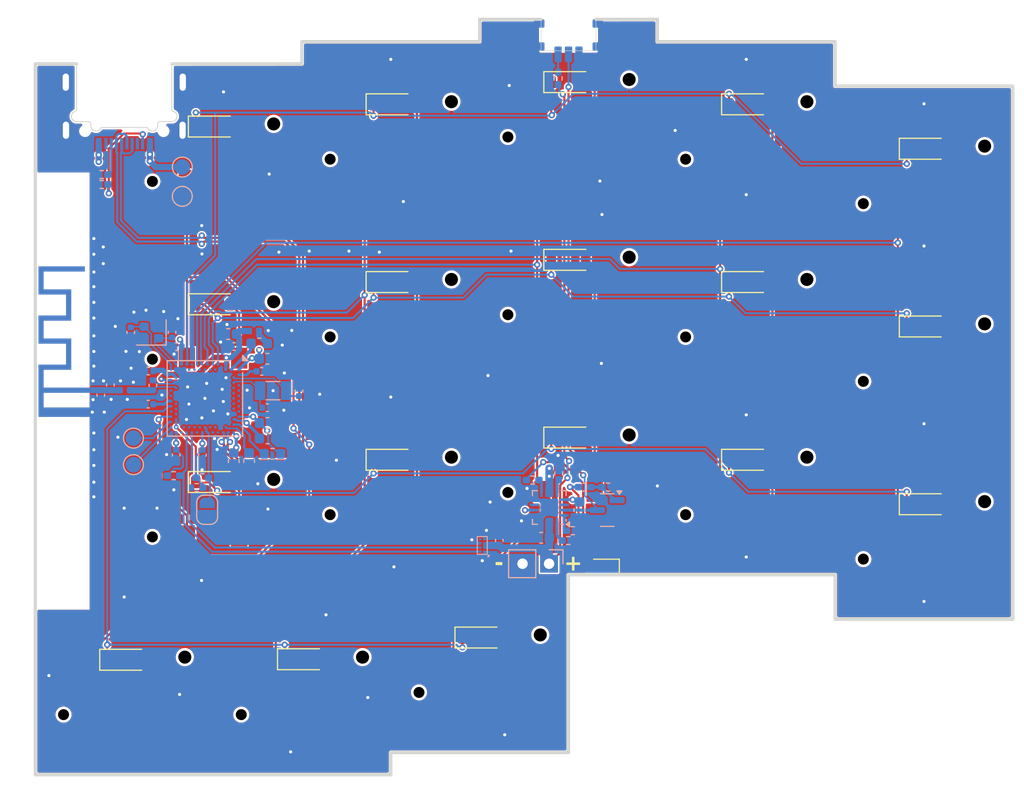
<source format=kicad_pcb>
(kicad_pcb (version 20241229) (generator "pcbnew") (generator_version "9.0")
  (title_block (title "Leptosis") (date "2025-07-05") (rev "v1.1") (company "Chengyin Yao (cheyao)") (comment 1 "A PG1316 Split Keyboard") (comment 2 "Right Half") (comment 3 "Solderpad License"))
  (layers (0 "F.Cu" signal) (4 "In1.Cu" signal) (6 "In2.Cu" signal) (2 "B.Cu" signal) (13 "F.Paste" user) (15 "B.Paste" user) (5 "F.SilkS" user "F.Silkscreen") (7 "B.SilkS" user "B.Silkscreen") (1 "F.Mask" user) (3 "B.Mask" user) (25 "Edge.Cuts" user))
  (net 0 "")
  (net 1 "/COL0")
  (net 2 "Net-(D1-A)")
  (net 3 "Net-(D2-A)")
  (net 4 "/COL1")
  (net 5 "/COL2")
  (net 6 "Net-(D3-A)")
  (net 7 "Net-(D4-A)")
  (net 8 "/COL3")
  (net 9 "Net-(D5-A)")
  (net 10 "/COL4")
  (net 11 "Net-(D7-A)")
  (net 12 "Net-(D8-A)")
  (net 13 "Net-(D9-A)")
  (net 14 "Net-(D10-A)")
  (net 15 "Net-(D11-A)")
  (net 16 "Net-(D13-A)")
  (net 17 "Net-(D14-A)")
  (net 18 "Net-(D15-A)")
  (net 19 "Net-(D16-A)")
  (net 20 "Net-(D17-A)")
  (net 21 "Net-(D21-A)")
  (net 22 "Net-(D22-A)")
  (net 23 "Net-(D23-A)")
  (net 34 "/~{RESET}")
  (net 54 "GND")
  (net 55 "Net-(AE1-A)")
  (net 56 "VDD_nRF")
  (net 57 "Net-(U1-XL1{slash}P0.00)")
  (net 58 "Net-(U1-DCC)")
  (net 59 "/D+")
  (net 60 "Net-(U1-XC2)")
  (net 61 "Net-(U1-ANT)")
  (net 62 "VBUS")
  (net 63 "Net-(U1-XC1)")
  (net 64 "/D-")
  (net 65 "Net-(U1-DCCH)")
  (net 66 "Net-(U1-XL2{slash}P0.01)")
  (net 67 "Net-(L2-Pad2)")
  (net 68 "Net-(J1-CC2)")
  (net 69 "Net-(J1-CC1)")
  (net 70 "+5V")
  (net 71 "Net-(U2-ILIM)")
  (net 72 "+BATT")
  (net 73 "/SYSOFF")
  (net 74 "Net-(Q2-G)")
  (net 75 "Net-(U2-TS)")
  (net 77 "Net-(U2-~{CHG})")
  (net 78 "Net-(U2-ISET)")
  (net 79 "Net-(SW31-A)")
  (net 80 "Net-(D31-K)")
  (net 81 "Net-(U1-SWDCLK)")
  (net 82 "Net-(U1-SWDIO)")
  (net 83 "/DEC1")
  (net 84 "/DEC3")
  (net 85 "/DEC5")
  (net 86 "/DEC4_6")
  (net 87 "/DECUSB")
  (net 88 "/ROW0")
  (net 89 "/ROW1")
  (net 90 "/ROW2")
  (net 91 "/ROW3")
  (net 92 "/SDA")
  (net 93 "/SCL")
  (net 94 "/~{ALERT}")
  (footprint "PCM_marbastlib-xp-choc:SW_PG1316S" (layer "F.Cu") (at 145.55 71.224416)
    (property "Reference" "SW4" (hide yes))
    (property "Value" "SW_Push")
  )
  (footprint "Diode_SMD:D_SOD-123" (layer "F.Cu") (at 145.55 85.724416)
    (property "Reference" "D9" (hide yes))
    (property "Value" "1N4148W")
  )
  (footprint "Diode_SMD:D_SOD-123" (layer "F.Cu") (at 111.55 106.974416)
    (property "Reference" "D17" (hide yes))
    (property "Value" "1N4148W")
  )
  (footprint "Diode_SMD:D_SOD-123" (layer "F.Cu") (at 145.55 102.724416)
    (property "Reference" "D15" (hide yes))
    (property "Value" "1N4148W")
  )
  (footprint "PCM_marbastlib-xp-choc:SW_PG1316S" (layer "F.Cu") (at 145.55 88.224416)
    (property "Reference" "SW10" (hide yes))
    (property "Value" "SW_Push")
  )
  (footprint "Diode_SMD:D_SOD-123" (layer "F.Cu") (at 179.55 75.099416)
    (property "Reference" "D1" (hide yes))
    (property "Value" "1N4148W")
  )
  (footprint "PCM_marbastlib-xp-choc:SW_PG1316S" (layer "F.Cu") (at 145.55 105.224416)
    (property "Reference" "SW16" (hide yes))
    (property "Value" "SW_Push")
  )
  (footprint "PCM_marbastlib-xp-choc:SW_PG1316S" (layer "F.Cu") (at 162.55 107.349416)
    (property "Reference" "SW15" (hide yes))
    (property "Value" "SW_Push")
  )
  (footprint "LED_SMD:LED_0603_1608Metric_Pad1.05x0.95mm_HandSolder" (layer "F.Cu") (at 148.75 115.09 180)
    (property "Reference" "D31" (hide yes))
    (property "Value" "LED")
  )
  (footprint "Diode_SMD:D_SOD-123" (layer "F.Cu") (at 128.55 104.849416)
    (property "Reference" "D16" (hide yes))
    (property "Value" "1N4148W")
  )
  (footprint "PCM_marbastlib-xp-choc:SW_PG1316S" (layer "F.Cu") (at 103.05 126.474416)
    (property "Reference" "SW24" (hide yes))
    (property "Value" "SW_Push")
  )
  (footprint "Diode_SMD:D_SOD-123" (layer "F.Cu") (at 128.55 87.849416)
    (property "Reference" "D10" (hide yes))
    (property "Value" "1N4148W")
  )
  (footprint "Diode_SMD:D_SOD-123" (layer "F.Cu") (at 103.075 123.974416)
    (property "Reference" "D23" (hide yes))
    (property "Value" "1N4148W")
  )
  (footprint "Diode_SMD:D_SOD-123" (layer "F.Cu") (at 162.55 104.849416)
    (property "Reference" "D14" (hide yes))
    (property "Value" "1N4148W")
  )
  (footprint "PCM_marbastlib-xp-choc:SW_PG1316S" (layer "F.Cu") (at 128.55 107.349416)
    (property "Reference" "SW17" (hide yes))
    (property "Value" "SW_Push")
  )
  (footprint "Diode_SMD:D_SOD-123" (layer "F.Cu") (at 162.55 70.849416)
    (property "Reference" "D2" (hide yes))
    (property "Value" "1N4148W")
  )
  (footprint "Diode_SMD:D_SOD-123" (layer "F.Cu") (at 179.55 109.099416)
    (property "Reference" "D13" (hide yes))
    (property "Value" "1N4148W")
  )
  (footprint "PCM_marbastlib-xp-choc:SW_PG1316S" (layer "F.Cu") (at 179.55 77.599416)
    (property "Reference" "SW2" (hide yes))
    (property "Value" "SW_Push")
  )
  (footprint "Diode_SMD:D_SOD-123" (layer "F.Cu") (at 111.55 72.974416)
    (property "Reference" "D5" (hide yes))
    (property "Value" "1N4148W")
  )
  (footprint "PCM_marbastlib-xp-choc:SW_PG1316S" (layer "F.Cu") (at 179.55 111.599416)
    (property "Reference" "SW14" (hide yes))
    (property "Value" "SW_Push")
  )
  (footprint "PCM_marbastlib-xp-choc:SW_PG1316S" (layer "F.Cu") (at 111.55 75.474416)
    (property "Reference" "SW6" (hide yes))
    (property "Value" "SW_Push")
  )
  (footprint "PCM_marbastlib-xp-choc:SW_PG1316S" (layer "F.Cu") (at 162.55 73.349416)
    (property "Reference" "SW3" (hide yes))
    (property "Value" "SW_Push")
  )
  (footprint "Diode_SMD:D_SOD-123" (layer "F.Cu") (at 137.05 121.849416)
    (property "Reference" "D21" (hide yes))
    (property "Value" "1N4148W")
  )
  (footprint "Diode_SMD:D_SOD-123" (layer "F.Cu") (at 162.55 87.849416)
    (property "Reference" "D8" (hide yes))
    (property "Value" "1N4148W")
  )
  (footprint "PCM_marbastlib-xp-choc:SW_PG1316S" (layer "F.Cu") (at 137.05 124.349416)
    (property "Reference" "SW22" (hide yes))
    (property "Value" "SW_Push")
  )
  (footprint "PCM_marbastlib-xp-choc:SW_PG1316S" (layer "F.Cu") (at 111.55 109.474416)
    (property "Reference" "SW18" (hide yes))
    (property "Value" "SW_Push")
  )
  (footprint "Diode_SMD:D_SOD-123" (layer "F.Cu") (at 120.075 123.924416)
    (property "Reference" "D22" (hide yes))
    (property "Value" "1N4148W")
  )
  (footprint "PCM_marbastlib-xp-choc:SW_PG1316S" (layer "F.Cu") (at 179.55 94.599416)
    (property "Reference" "SW8" (hide yes))
    (property "Value" "SW_Push")
  )
  (footprint "PCM_marbastlib-xp-choc:SW_PG1316S" (layer "F.Cu") (at 111.55 92.474416)
    (property "Reference" "SW12" (hide yes))
    (property "Value" "SW_Push")
  )
  (footprint "Diode_SMD:D_SOD-123" (layer "F.Cu") (at 179.55 92.099416)
    (property "Reference" "D7" (hide yes))
    (property "Value" "1N4148W")
  )
  (footprint "Diode_SMD:D_SOD-123" (layer "F.Cu") (at 111.55 89.974416)
    (property "Reference" "D11" (hide yes))
    (property "Value" "1N4148W")
  )
  (footprint "PCM_marbastlib-xp-choc:SW_PG1316S" (layer "F.Cu") (at 128.55 73.349416)
    (property "Reference" "SW5" (hide yes))
    (property "Value" "SW_Push")
  )
  (footprint "PCM_marbastlib-xp-choc:SW_PG1316S" (layer "F.Cu") (at 128.55 90.349416)
    (property "Reference" "SW11" (hide yes))
    (property "Value" "SW_Push")
  )
  (footprint "Diode_SMD:D_SOD-123" (layer "F.Cu") (at 145.55 68.724416)
    (property "Reference" "D3" (hide yes))
    (property "Value" "1N4148W")
  )
  (footprint "PCM_marbastlib-xp-choc:SW_PG1316S" (layer "F.Cu") (at 162.55 90.349416)
    (property "Reference" "SW9" (hide yes))
    (property "Value" "SW_Push")
  )
  (footprint "Diode_SMD:D_SOD-123" (layer "F.Cu") (at 128.55 70.849416)
    (property "Reference" "D4" (hide yes))
    (property "Value" "1N4148W")
  )
  (footprint "PCM_marbastlib-xp-choc:SW_PG1316S" (layer "F.Cu") (at 120.05 126.474416)
    (property "Reference" "SW23" (hide yes))
    (property "Value" "SW_Push")
  )
  (footprint "Capacitor_SMD:C_0603_1608Metric" (layer "B.Cu") (at 116.7625 102.801916)
    (property "Reference" "C15" (hide yes))
    (property "Value" "4.7uF")
  )
  (footprint "leptosis:Switch_Sink_MINI_MSK12CO2" (layer "B.Cu") (at 145.55 64.219416)
    (property "Reference" "SW31" (hide yes))
    (property "Value" "SW_SPDT")
    (fp_line (start -2.625 1.5) (end -2.625 -1.5) (stroke (width 0.05)) (layer "Edge.Cuts"))
    (fp_line (start 2.625 -1.5) (end 2.625 1.5) (stroke (width 0.05)) (layer "Edge.Cuts"))
    (fp_line (start 2.625 1.5) (end -2.625 1.5) (stroke (width 0.05)) (layer "Edge.Cuts"))
  )
  (footprint "Capacitor_SMD:C_0402_1005Metric" (layer "B.Cu") (at 116.7375 99.866916)
    (property "Reference" "C4" (hide yes))
    (property "Value" "15pF")
  )
  (footprint "Crystal:Crystal_SMD_2016-4Pin_2.0x1.6mm" (layer "B.Cu") (at 105.6525 92.666916 180)
    (property "Reference" "Y1" (hide yes))
    (property "Value" "32MHz 12pF")
  )
  (footprint "Capacitor_SMD:C_0603_1608Metric" (layer "B.Cu") (at 116.7625 101.326916)
    (property "Reference" "C16" (hide yes))
    (property "Value" "4.7uF")
  )
  (footprint "Capacitor_SMD:C_0402_1005Metric" (layer "B.Cu") (at 105.36 96.36)
    (property "Reference" "C9" (hide yes))
    (property "Value" "100pF")
  )
  (footprint "Connector_PinSocket_2.54mm:PinSocket_1x02_P2.54mm_Vertical" (layer "B.Cu") (at 143.69 114.79 90)
    (property "Reference" "J2" (hide yes))
    (property "Value" "Conn_01x02")
  )
  (footprint "Package_DFN_QFN:Nordic_AQFN-73-1EP_7x7mm_P0.5mm" (layer "B.Cu") (at 110.7725 98.976916 180)
    (property "Reference" "U1" (hide yes))
    (property "Value" "nRF52840")
  )
  (footprint "Resistor_SMD:R_0402_1005Metric_Pad0.72x0.64mm_HandSolder" (layer "B.Cu") (at 145.525 112.57 180)
    (property "Reference" "R10" (hide yes))
    (property "Value" "10k")
  )
  (footprint "Inductor_SMD:L_0402_1005Metric" (layer "B.Cu") (at 103.115001 98.195)
    (property "Reference" "L1" (hide yes))
    (property "Value" "4.7nH")
  )
  (footprint "Capacitor_SMD:C_0402_1005Metric" (layer "B.Cu") (at 100.810001 98.675 -90)
    (property "Reference" "C6" (hide yes))
    (property "Value" "0.5pF")
  )
  (footprint "Resistor_SMD:R_0402_1005Metric_Pad0.72x0.64mm_HandSolder" (layer "B.Cu") (at 100.9 77.565 180)
    (property "Reference" "R1" (hide yes))
    (property "Value" "5.1k")
  )
  (footprint "Resistor_SMD:R_0402_1005Metric_Pad0.72x0.64mm_HandSolder" (layer "B.Cu") (at 100.9 78.515 180)
    (property "Reference" "R2" (hide yes))
    (property "Value" "5.1k")
  )
  (footprint "Capacitor_SMD:C_0603_1608Metric" (layer "B.Cu") (at 146.585 109.66 -90)
    (property "Reference" "C22" (hide yes))
    (property "Value" "4.7uF")
  )
  (footprint "Crystal:Crystal_SMD_3215-2Pin_3.2x1.5mm" (layer "B.Cu") (at 117.2925 98.236916 180)
    (property "Reference" "Y2" (hide yes))
    (property "Value" "32.768kHz 12.5pF")
  )
  (footprint "Capacitor_SMD:C_0402_1005Metric" (layer "B.Cu") (at 138.93 112.56 90)
    (property "Reference" "C23" (hide yes))
    (property "Value" "100nF")
  )
  (footprint "Capacitor_SMD:C_0402_1005Metric" (layer "B.Cu") (at 113.5725 94.016916)
    (property "Reference" "C12" (hide yes))
    (property "Value" "47nF")
  )
  (footprint "Resistor_SMD:R_0402_1005Metric_Pad0.72x0.64mm_HandSolder" (layer "B.Cu") (at 109.99 107.51)
    (property "Reference" "R15" (hide yes))
    (property "Value" "5.1k")
  )
  (footprint "Capacitor_SMD:C_0603_1608Metric" (layer "B.Cu") (at 113.5275 104.966916 -90)
    (property "Reference" "C14" (hide yes))
    (property "Value" "4.7uF")
  )
  (footprint "Resistor_SMD:R_0402_1005Metric_Pad0.72x0.64mm_HandSolder" (layer "B.Cu") (at 144.61 106.16 -90)
    (property "Reference" "R5" (hide yes))
    (property "Value" "1.5k")
  )
  (footprint "TestPoint:TestPoint_Pad_D1.5mm" (layer "B.Cu") (at 108.61 79.65)
    (property "Reference" "TP4" (hide yes))
    (property "Value" "TestPoint")
  )
  (footprint "RF_Antenna:Texas_SWRA117D_2.4GHz_Left" (layer "B.Cu") (at 100.000001 98.195 -90)
    (property "Reference" "AE1" (hide yes))
    (property "Value" "Antenna_Shield")
  )
  (footprint "Inductor_SMD:L_0603_1608Metric" (layer "B.Cu") (at 115.9725 93.726916)
    (property "Reference" "L2" (hide yes))
    (property "Value" "10uH")
  )
  (footprint "Inductor_SMD:L_0603_1608Metric" (layer "B.Cu") (at 117.2375 104.276916)
    (property "Reference" "L4" (hide yes))
    (property "Value" "10uH")
  )
  (footprint "Resistor_SMD:R_0402_1005Metric_Pad0.72x0.64mm_HandSolder" (layer "B.Cu") (at 142.1225 106.79 180)
    (property "Reference" "R9" (hide yes))
    (property "Value" "1.5k")
  )
  (footprint "Capacitor_SMD:C_0402_1005Metric" (layer "B.Cu") (at 103.6775 92.666916 90)
    (property "Reference" "C1" (hide yes))
    (property "Value" "15pF")
  )
  (footprint "Capacitor_SMD:C_0402_1005Metric" (layer "B.Cu") (at 116.2025 96.391916 180)
    (property "Reference" "C8" (hide yes))
    (property "Value" "100nF")
  )
  (footprint "Capacitor_SMD:C_0402_1005Metric" (layer "B.Cu") (at 108.02 104.386916 -90)
    (property "Reference" "C20" (hide yes))
    (property "Value" "100nF")
  )
  (footprint "Inductor_SMD:L_0402_1005Metric" (layer "B.Cu") (at 115.465 92.526916 180)
    (property "Reference" "L3" (hide yes))
    (property "Value" "15nH")
  )
  (footprint "Capacitor_SMD:C_0402_1005Metric" (layer "B.Cu") (at 101.730001 97.695 90)
    (property "Reference" "C7" (hide yes))
    (property "Value" "NC")
  )
  (footprint "Resistor_SMD:R_0402_1005Metric_Pad0.72x0.64mm_HandSolder" (layer "B.Cu") (at 147.11 107.46 180)
    (property "Reference" "R7" (hide yes))
    (property "Value" "100")
  )
  (footprint "TestPoint:TestPoint_Pad_D1.5mm" (layer "B.Cu") (at 108.61 76.85)
    (property "Reference" "TP3" (hide yes))
    (property "Value" "TestPoint")
  )
  (footprint "Capacitor_SMD:C_0402_1005Metric" (layer "B.Cu") (at 110.5275 104.396916 -90)
    (property "Reference" "C19" (hide yes))
    (property "Value" "100nF")
  )
  (footprint "PCM_marbastlib-various:USB_C_Receptacle_HRO_TYPE-C-31-M-14" (layer "B.Cu") (at 103.059999 73.409416)
    (property "Reference" "J1" (hide yes))
    (property "Value" "USB_C_Receptacle_USB2.0_14P")
    (fp_line (start -4.554999 -2.0758) (end -4.554999 -6.435) (stroke (width 0.08)) (layer "Edge.Cuts"))
    (fp_line (start -3.405 -0.905) (end -4.555 -0.905) (stroke (width 0.08)) (layer "Edge.Cuts"))
    (fp_line (start -3.204999 -0.505) (end -3.204999 -0.705) (stroke (width 0.08)) (layer "Edge.Cuts"))
    (fp_line (start -0.004999 -0.355) (end -2.098781 -0.355) (stroke (width 0.08)) (layer "Edge.Cuts"))
    (fp_line (start -0.004999 -0.355) (end 2.0888 -0.355) (stroke (width 0.08)) (layer "Edge.Cuts"))
    (fp_line (start 3.195001 -0.505) (end 3.195001 -0.705) (stroke (width 0.08)) (layer "Edge.Cuts"))
    (fp_line (start 3.395 -0.905) (end 4.545 -0.905) (stroke (width 0.08)) (layer "Edge.Cuts"))
    (fp_line (start 4.545001 -2.075821) (end 4.545001 -6.43) (stroke (width 0.08)) (layer "Edge.Cuts"))
    (fp_arc (start -4.555 -0.905) (mid -5.04976 -1.332815) (end -4.697856 -1.884157) (stroke (width 0.08)) (layer "Edge.Cuts"))
    (fp_arc (start -4.554999 -2.0758) (mid -4.594642 -1.956298) (end -4.697856 -1.884158) (stroke (width 0.08)) (layer "Edge.Cuts"))
    (fp_arc (start -3.405 -0.905) (mid -3.263577 -0.846421) (end -3.204999 -0.705) (stroke (width 0.08)) (layer "Edge.Cuts"))
    (fp_arc (start -2.271986 -0.255) (mid -2.834409 -0.022037) (end -3.205001 -0.505) (stroke (width 0.08)) (layer "Edge.Cuts"))
    (fp_arc (start -2.271986 -0.255) (mid -2.198781 -0.328205) (end -2.098781 -0.355) (stroke (width 0.08)) (layer "Edge.Cuts"))
    (fp_arc (start 2.0888 -0.355) (mid 2.188789 -0.328211) (end 2.261988 -0.255) (stroke (width 0.08)) (layer "Edge.Cuts"))
    (fp_arc (start 3.195001 -0.705) (mid 3.253579 -0.846421) (end 3.395 -0.905) (stroke (width 0.08)) (layer "Edge.Cuts"))
    (fp_arc (start 3.195001 -0.505) (mid 2.82441 -0.022036) (end 2.261988 -0.255) (stroke (width 0.08)) (layer "Edge.Cuts"))
    (fp_arc (start 4.687858 -1.884158) (mid 5.039763 -1.332815) (end 4.545 -0.905) (stroke (width 0.08)) (layer "Edge.Cuts"))
    (fp_arc (start 4.687858 -1.884158) (mid 4.584652 -1.9563) (end 4.545001 -2.075821) (stroke (width 0.08)) (layer "Edge.Cuts"))
  )
  (footprint "Resistor_SMD:R_0402_1005Metric_Pad0.72x0.64mm_HandSolder" (layer "B.Cu") (at 107.78 106.37 180)
    (property "Reference" "R16" (hide yes))
    (property "Value" "5.1k")
  )
  (footprint "Resistor_SMD:R_0402_1005Metric_Pad0.72x0.64mm_HandSolder" (layer "B.Cu") (at 110.5275 106.566916)
    (property "Reference" "R3" (hide yes))
    (property "Value" "10k")
  )
  (footprint "Resistor_SMD:R_0402_1005Metric_Pad0.72x0.64mm_HandSolder" (layer "B.Cu") (at 144.55 68.374416 -90)
    (property "Reference" "R8" (hide yes))
    (property "Value" "10k")
  )
  (footprint "Capacitor_SMD:C_0402_1005Metric" (layer "B.Cu") (at 107.6275 92.666916 -90)
    (property "Reference" "C2" (hide yes))
    (property "Value" "15pF")
  )
  (footprint "Capacitor_SMD:C_0603_1608Metric" (layer "B.Cu") (at 115.0025 104.966916 90)
    (property "Reference" "C13" (hide yes))
    (property "Value" "4.7uF")
  )
  (footprint "Capacitor_SMD:C_0402_1005Metric" (layer "B.Cu") (at 105.8 97.725 90)
    (property "Reference" "C5" (hide yes))
    (property "Value" "0.8pF")
  )
  (footprint "Resistor_SMD:R_0402_1005Metric_Pad0.72x0.64mm_HandSolder" (layer "B.Cu") (at 145.95 111.63 180)
    (property "Reference" "R4" (hide yes))
    (property "Value" "3.9k")
  )
  (footprint "Jumper:SolderJumper-2_P1.3mm_Open_RoundedPad1.0x1.5mm" (layer "B.Cu") (at 110.9875 109.626916 90)
    (property "Reference" "JP1" (hide yes))
    (property "Value" "SolderJumper_2_Open")
  )
  (footprint "leptosis:WLP-8_1.67x0.93_P0.4" (layer "B.Cu") (at 137.3 113.04 90)
    (property "Reference" "U3" (hide yes))
    (property "Value" "MAX17048X")
  )
  (footprint "Package_TO_SOT_SMD:SOT-23" (layer "B.Cu") (at 149.25 109.66 180)
    (property "Reference" "Q2" (hide yes))
    (property "Value" "2N7002")
  )
  (footprint "Package_DFN_QFN:VQFN-16-1EP_3x3mm_P0.5mm_EP1.6x1.6mm" (layer "B.Cu") (at 143.71 109.41 90)
    (property "Reference" "U2" (hide yes))
    (property "Value" "BQ24075RGT")
  )
  (footprint "Capacitor_SMD:C_0402_1005Metric" (layer "B.Cu") (at 119.7725 98.276916 90)
    (property "Reference" "C3" (hide yes))
    (property "Value" "15pF")
  )
  (footprint "Capacitor_SMD:C_0603_1608Metric" (layer "B.Cu") (at 116.7525 95.191916)
    (property "Reference" "C17" (hide yes))
    (property "Value" "1uF")
  )
  (footprint "Capacitor_SMD:C_0402_1005Metric" (layer "B.Cu") (at 105.3525 99.526916)
    (property "Reference" "C10" (hide yes))
    (property "Value" "820pF")
  )
  (footprint "TestPoint:TestPoint_Pad_D1.5mm" (layer "B.Cu") (at 103.9375 102.776916)
    (property "Reference" "TP1" (hide yes))
    (property "Value" "TestPoint")
  )
  (footprint "Capacitor_SMD:C_0402_1005Metric" (layer "B.Cu") (at 108.0775 94.036916 180)
    (property "Reference" "C18" (hide yes))
    (property "Value" "100nF")
  )
  (footprint "Capacitor_SMD:C_0603_1608Metric" (layer "B.Cu") (at 142.935 112.31 180)
    (property "Reference" "C21" (hide yes))
    (property "Value" "4.7uF")
  )
  (footprint "Resistor_SMD:R_0402_1005Metric_Pad0.72x0.64mm_HandSolder" (layer "B.Cu") (at 149.335 107.46 180)
    (property "Reference" "R6" (hide yes))
    (property "Value" "10k")
  )
  (footprint "Capacitor_SMD:C_0603_1608Metric" (layer "B.Cu") (at 113.0025 92.816916)
    (property "Reference" "C11" (hide yes))
    (property "Value" "1uF")
  )
  (footprint "TestPoint:TestPoint_Pad_D1.5mm" (layer "B.Cu") (at 103.9375 105.316916)
    (property "Reference" "TP2" (hide yes))
    (property "Value" "TestPoint")
  )
  (gr_line (start 137.050001 62.724416) (end 137.050001 64.849416) (stroke (width 0.3)) (layer "Edge.Cuts"))
  (gr_line (start 145.550001 115.849416) (end 145.550001 132.849416) (stroke (width 0.3)) (layer "Edge.Cuts"))
  (gr_line (start 145.550001 132.849416) (end 128.550001 132.849416) (stroke (width 0.3)) (layer "Edge.Cuts"))
  (gr_line (start 120.050001 64.849416) (end 120.050001 66.974416) (stroke (width 0.3)) (layer "Edge.Cuts"))
  (gr_line (start 154.050001 64.849416) (end 154.050001 62.719416) (stroke (width 0.3)) (layer "Edge.Cuts"))
  (gr_line (start 142.925001 62.724416) (end 137.050001 62.724416) (stroke (width 0.3)) (layer "Edge.Cuts"))
  (gr_line (start 120.050001 66.974416) (end 107.605 66.979416) (stroke (width 0.3)) (layer "Edge.Cuts"))
  (gr_line (start 188.050001 120.099416) (end 171.050001 120.099416) (stroke (width 0.3)) (layer "Edge.Cuts"))
  (gr_line (start 171.050001 69.099416) (end 171.050001 64.849416) (stroke (width 0.3)) (layer "Edge.Cuts"))
  (gr_line (start 154.050001 62.719416) (end 148.175001 62.724416) (stroke (width 0.3)) (layer "Edge.Cuts"))
  (gr_line (start 98.505 66.974416) (end 94.550001 66.974416) (stroke (width 0.3)) (layer "Edge.Cuts"))
  (gr_line (start 94.550001 134.974416) (end 94.550001 66.974416) (stroke (width 0.3)) (layer "Edge.Cuts"))
  (gr_line (start 171.050001 64.849416) (end 154.050001 64.849416) (stroke (width 0.3)) (layer "Edge.Cuts"))
  (gr_line (start 171.050001 120.099416) (end 171.050001 115.849416) (stroke (width 0.3)) (layer "Edge.Cuts"))
  (gr_line (start 128.550001 134.974416) (end 94.550001 134.974416) (stroke (width 0.3)) (layer "Edge.Cuts"))
  (gr_line (start 188.050001 69.099416) (end 171.050001 69.099416) (stroke (width 0.3)) (layer "Edge.Cuts"))
  (gr_line (start 171.050001 115.849416) (end 145.550001 115.849416) (stroke (width 0.3)) (layer "Edge.Cuts"))
  (gr_line (start 137.050001 64.849416) (end 120.050001 64.849416) (stroke (width 0.3)) (layer "Edge.Cuts"))
  (gr_line (start 188.050001 69.099416) (end 188.050001 120.099416) (stroke (width 0.3)) (layer "Edge.Cuts"))
  (gr_line (start 128.550001 132.849416) (end 128.550001 134.974416) (stroke (width 0.3)) (layer "Edge.Cuts"))
  (gr_text "+" (at 146 114.75 180) (layer "F.SilkS") (effects (font (size 1.5 1.5) (thickness 0.3) (bold yes))))
  (gr_text "-" (at 138.9 114.8 180) (layer "F.SilkS") (effects (font (size 1.5 1.5) (thickness 0.3) (bold yes))))
  (segment (start 177.05 114.249416) (end 177.05 84.09) (width 0.2) (layer "F.Cu") (net 1))
  (segment (start 177.05 84.09) (end 177.05 80.249416) (width 0.2) (layer "F.Cu") (net 1))
  (via (at 177.05 84.09) (size 0.6) (drill 0.3) (layers "F.Cu" "B.Cu") (net 1))
  (segment (start 110.022501 90.717499) (end 116.65 84.09) (width 0.2) (layer "B.Cu") (net 1))
  (segment (start 116.65 84.09) (end 177.05 84.09) (width 0.2) (layer "B.Cu") (net 1))
  (segment (start 110.022501 95.726916) (end 110.022501 90.717499) (width 0.2) (layer "B.Cu") (net 1))
  (segment (start 182.05 75.949416) (end 181.2 75.099416) (width 0.2) (layer "F.Cu") (net 2))
  (segment (start 182.05 80.249416) (end 182.05 75.949416) (width 0.2) (layer "F.Cu") (net 2))
  (segment (start 165.05 71.699416) (end 164.2 70.849416) (width 0.2) (layer "F.Cu") (net 3))
  (segment (start 165.05 75.999416) (end 165.05 71.699416) (width 0.2) (layer "F.Cu") (net 3))
  (segment (start 160.05 86.59) (end 160.05 109.999416) (width 0.2) (layer "F.Cu") (net 4))
  (segment (start 160.05 75.999416) (end 160.05 86.59) (width 0.2) (layer "F.Cu") (net 4))
  (via (at 160.05 86.59) (size 0.6) (drill 0.3) (layers "F.Cu" "B.Cu") (net 4))
  (segment (start 110.397499 95.601916) (end 110.397499 93.947999) (width 0.2) (layer "B.Cu") (net 4))
  (segment (start 110.399 93.946498) (end 110.399 90.941) (width 0.2) (layer "B.Cu") (net 4))
  (segment (start 115.701 85.639) (end 149.499 85.639) (width 0.2) (layer "B.Cu") (net 4))
  (segment (start 110.522499 95.726916) (end 110.397499 95.601916) (width 0.2) (layer "B.Cu") (net 4))
  (segment (start 150.45 86.59) (end 160.05 86.59) (width 0.2) (layer "B.Cu") (net 4))
  (segment (start 110.399 90.941) (end 115.701 85.639) (width 0.2) (layer "B.Cu") (net 4))
  (segment (start 110.397499 93.947999) (end 110.399 93.946498) (width 0.2) (layer "B.Cu") (net 4))
  (segment (start 149.499 85.639) (end 150.45 86.59) (width 0.2) (layer "B.Cu") (net 4))
  (segment (start 142.55 107.374416) (end 143.05 107.874416) (width 0.2) (layer "F.Cu") (net 5))
  (segment (start 142.55 86.19) (end 142.55 74.374416) (width 0.2) (layer "F.Cu") (net 5))
  (segment (start 134.55 118.69) (end 143.05 110.19) (width 0.2) (layer "F.Cu") (net 5))
  (segment (start 142.55 74.374416) (end 143.05 73.874416) (width 0.2) (layer "F.Cu") (net 5))
  (segment (start 142.55 86.19) (end 142.55 107.374416) (width 0.2) (layer "F.Cu") (net 5))
  (segment (start 134.55 126.999416) (end 134.55 118.69) (width 0.2) (layer "F.Cu") (net 5))
  (segment (start 143.05 110.19) (end 143.05 107.874416) (width 0.2) (layer "F.Cu") (net 5))
  (via (at 142.55 86.19) (size 0.6) (drill 0.3) (layers "F.Cu" "B.Cu") (net 5))
  (segment (start 111.0225 94.3625) (end 111.0225 95.726916) (width 0.2) (layer "B.Cu") (net 5))
  (segment (start 115.75 86.19) (end 110.75 91.19) (width 0.2) (layer "B.Cu") (net 5))
  (segment (start 110.75 91.19) (end 110.75 94.09) (width 0.2) (layer "B.Cu") (net 5))
  (segment (start 142.55 86.19) (end 115.75 86.19) (width 0.2) (layer "B.Cu") (net 5))
  (segment (start 110.75 94.09) (end 111.0225 94.3625) (width 0.2) (layer "B.Cu") (net 5))
  (segment (start 148.05 69.574416) (end 147.2 68.724416) (width 0.2) (layer "F.Cu") (net 6))
  (segment (start 148.05 73.874416) (end 148.05 69.574416) (width 0.2) (layer "F.Cu") (net 6))
  (segment (start 131.05 71.699416) (end 130.2 70.849416) (width 0.2) (layer "F.Cu") (net 7))
  (segment (start 131.05 75.999416) (end 131.05 71.699416) (width 0.2) (layer "F.Cu") (net 7))
  (segment (start 126.05 112.89) (end 126.05 109.999416) (width 0.2) (layer "F.Cu") (net 8))
  (segment (start 126.05 89.09) (end 126.05 109.999416) (width 0.2) (layer "F.Cu") (net 8))
  (segment (start 126.05 75.999416) (end 126.05 89.09) (width 0.2) (layer "F.Cu") (net 8))
  (segment (start 117.55 129.124416) (end 117.55 121.39) (width 0.2) (layer "F.Cu") (net 8))
  (segment (start 117.55 121.39) (end 126.05 112.89) (width 0.2) (layer "F.Cu") (net 8))
  (via (at 126.05 89.09) (size 0.6) (drill 0.3) (layers "F.Cu" "B.Cu") (net 8))
  (segment (start 126.05 89.09) (end 124.375 90.765) (width 0.2) (layer "B.Cu") (net 8))
  (segment (start 111.15 93.84) (end 111.5225 94.2125) (width 0.2) (layer "B.Cu") (net 8))
  (segment (start 111.5225 94.2125) (end 111.5225 95.726916) (width 0.2) (layer "B.Cu") (net 8))
  (segment (start 111.15 91.315) (end 111.15 93.84) (width 0.2) (layer "B.Cu") (net 8))
  (segment (start 112.225 90.64) (end 111.825 90.64) (width 0.2) (layer "B.Cu") (net 8))
  (segment (start 112.35 90.765) (end 112.225 90.64) (width 0.2) (layer "B.Cu") (net 8))
  (segment (start 124.375 90.765) (end 112.35 90.765) (width 0.2) (layer "B.Cu") (net 8))
  (segment (start 111.825 90.64) (end 111.15 91.315) (width 0.2) (layer "B.Cu") (net 8))
  (segment (start 114.05 73.824416) (end 113.2 72.974416) (width 0.2) (layer "F.Cu") (net 9))
  (segment (start 114.05 78.124416) (end 114.05 73.824416) (width 0.2) (layer "F.Cu") (net 9))
  (segment (start 106.451 101.091) (end 106.451 107.589) (width 0.2) (layer "F.Cu") (net 10))
  (segment (start 119.2454 93.8354) (end 119.2454 101.84) (width 0.2) (layer "F.Cu") (net 10))
  (segment (start 115.863584 114.126416) (end 109.25 114.126416) (width 0.2) (layer "F.Cu") (net 10))
  (segment (start 106.451 107.589) (end 106.45 107.59) (width 0.2) (layer "F.Cu") (net 10))
  (segment (start 109.25 114.09) (end 109.05 113.89) (width 0.2) (layer "F.Cu") (net 10))
  (segment (start 109.25 114.126416) (end 109.25 114.09) (width 0.2) (layer "F.Cu") (net 10))
  (segment (start 106.35 100.99) (end 106.451 101.091) (width 0.2) (layer "F.Cu") (net 10))
  (segment (start 116.1 90.69) (end 119.2454 93.8354) (width 0.2) (layer "F.Cu") (net 10))
  (segment (start 120.75 109.24) (end 115.863584 114.126416) (width 0.2) (layer "F.Cu") (net 10))
  (segment (start 109.05 114.126416) (end 109.05 113.89) (width 0.2) (layer "F.Cu") (net 10))
  (segment (start 106.45 107.59) (end 109.05 110.19) (width 0.2) (layer "F.Cu") (net 10))
  (segment (start 100.55 129.124416) (end 100.55 122.626416) (width 0.2) (layer "F.Cu") (net 10))
  (segment (start 109.05 110.19) (end 109.05 112.124416) (width 0.2) (layer "F.Cu") (net 10))
  (segment (start 109.05 95.124416) (end 109.05 87.39) (width 0.2) (layer "F.Cu") (net 10))
  (segment (start 112.8 87.39) (end 116.1 90.69) (width 0.2) (layer "F.Cu") (net 10))
  (segment (start 109.05 87.39) (end 109.05 78.124416) (width 0.2) (layer "F.Cu") (net 10))
  (segment (start 109.05 113.89) (end 109.05 112.124416) (width 0.2) (layer "F.Cu") (net 10))
  (segment (start 100.55 122.626416) (end 109.05 114.126416) (width 0.2) (layer "F.Cu") (net 10))
  (segment (start 109.05 87.39) (end 112.8 87.39) (width 0.2) (layer "F.Cu") (net 10))
  (segment (start 109.25 114.126416) (end 109.05 114.126416) (width 0.2) (layer "F.Cu") (net 10))
  (segment (start 120.75 103.39) (end 120.75 109.24) (width 0.2) (layer "F.Cu") (net 10))
  (via (at 119.2454 101.84) (size 0.6) (drill 0.3) (layers "F.Cu" "B.Cu") (net 10))
  (via (at 106.35 100.99) (size 0.6) (drill 0.3) (layers "F.Cu" "B.Cu") (net 10))
  (via (at 120.75 103.39) (size 0.6) (drill 0.3) (layers "F.Cu" "B.Cu") (net 10))
  (segment (start 119.2454 101.8854) (end 120.75 103.39) (width 0.2) (layer "B.Cu") (net 10))
  (segment (start 119.2454 101.84) (end 119.2454 101.8854) (width 0.2) (layer "B.Cu") (net 10))
  (segment (start 106.613084 100.726916) (end 106.35 100.99) (width 0.2) (layer "B.Cu") (net 10))
  (segment (start 107.5225 100.726916) (end 106.613084 100.726916) (width 0.2) (layer "B.Cu") (net 10))
  (segment (start 182.05 92.949416) (end 181.2 92.099416) (width 0.2) (layer "F.Cu") (net 11))
  (segment (start 182.05 97.249416) (end 182.05 92.949416) (width 0.2) (layer "F.Cu") (net 11))
  (segment (start 165.05 92.999416) (end 165.05 88.699416) (width 0.2) (layer "F.Cu") (net 12))
  (segment (start 165.05 88.699416) (end 164.2 87.849416) (width 0.2) (layer "F.Cu") (net 12))
  (segment (start 148.05 90.874416) (end 148.05 86.574416) (width 0.2) (layer "F.Cu") (net 13))
  (segment (start 148.05 86.574416) (end 147.2 85.724416) (width 0.2) (layer "F.Cu") (net 13))
  (segment (start 131.05 88.699416) (end 130.2 87.849416) (width 0.2) (layer "F.Cu") (net 14))
  (segment (start 131.05 92.999416) (end 131.05 88.699416) (width 0.2) (layer "F.Cu") (net 14))
  (segment (start 114.05 90.824416) (end 113.2 89.974416) (width 0.2) (layer "F.Cu") (net 15))
  (segment (start 114.05 95.124416) (end 114.05 90.824416) (width 0.2) (layer "F.Cu") (net 15))
  (segment (start 182.05 109.949416) (end 181.2 109.099416) (width 0.2) (layer "F.Cu") (net 16))
  (segment (start 182.05 114.249416) (end 182.05 109.949416) (width 0.2) (layer "F.Cu") (net 16))
  (segment (start 165.05 105.699416) (end 164.2 104.849416) (width 0.2) (layer "F.Cu") (net 17))
  (segment (start 165.05 109.999416) (end 165.05 105.699416) (width 0.2) (layer "F.Cu") (net 17))
  (segment (start 148.05 107.874416) (end 148.05 103.574416) (width 0.2) (layer "F.Cu") (net 18))
  (segment (start 148.05 103.574416) (end 147.2 102.724416) (width 0.2) (layer "F.Cu") (net 18))
  (segment (start 131.05 109.999416) (end 131.05 105.699416) (width 0.2) (layer "F.Cu") (net 19))
  (segment (start 131.05 105.699416) (end 130.2 104.849416) (width 0.2) (layer "F.Cu") (net 19))
  (segment (start 114.05 112.124416) (end 114.05 107.824416) (width 0.2) (layer "F.Cu") (net 20))
  (segment (start 114.05 107.824416) (end 113.2 106.974416) (width 0.2) (layer "F.Cu") (net 20))
  (segment (start 139.55 122.699416) (end 138.7 121.849416) (width 0.2) (layer "F.Cu") (net 21))
  (segment (start 139.55 126.999416) (end 139.55 122.699416) (width 0.2) (layer "F.Cu") (net 21))
  (segment (start 122.55 129.124416) (end 122.55 124.749415) (width 0.2) (layer "F.Cu") (net 22))
  (segment (start 122.55 124.749415) (end 121.725 123.924415) (width 0.2) (layer "F.Cu") (net 22))
  (segment (start 105.55 129.124416) (end 105.55 124.799416) (width 0.2) (layer "F.Cu") (net 23))
  (segment (start 105.55 124.799416) (end 104.725 123.974416) (width 0.2) (layer "F.Cu") (net 23))
  (segment (start 111.26 106.701916) (end 111.125 106.566916) (width 0.2) (layer "B.Cu") (net 34))
  (segment (start 111.125 106.566916) (end 111.125 102.329415) (width 0.2) (layer "B.Cu") (net 34))
  (segment (start 111.022501 102.226916) (end 110.896501 102.100916) (width 0.2) (layer "B.Cu") (net 34))
  (segment (start 110.896501 101.850917) (end 110.7725 101.726916) (width 0.2) (layer "B.Cu") (net 34))
  (segment (start 111.26 108.704416) (end 111.26 106.701916) (width 0.2) (layer "B.Cu") (net 34))
  (segment (start 111.125 102.329415) (end 111.022501 102.226916) (width 0.2) (layer "B.Cu") (net 34))
  (segment (start 110.896501 102.100916) (end 110.896501 101.850917) (width 0.2) (layer "B.Cu") (net 34))
  (segment (start 110.9875 108.976916) (end 111.26 108.704416) (width 0.2) (layer "B.Cu") (net 34))
  (via (at 100.15 85.19) (size 0.6) (drill 0.3) (layers "F.Cu" "B.Cu") (net 54))
  (via (at 126.35 127.59) (size 0.6) (drill 0.3) (layers "F.Cu" "B.Cu") (net 54))
  (via (at 101.05 84.49) (size 0.6) (drill 0.3) (layers "F.Cu" "B.Cu") (net 54))
  (via (at 162.55 66.549416) (size 0.6) (drill 0.3) (layers "F.Cu" "B.Cu") (net 54))
  (via (at 162.55 114.149416) (size 0.6) (drill 0.3) (layers "F.Cu" "B.Cu") (net 54))
  (via (at 101.075001 97.3) (size 0.6) (drill 0.3) (layers "F.Cu" "B.Cu") (net 54))
  (via (at 111.59 100.17) (size 0.6) (drill 0.3) (layers "F.Cu" "B.Cu") (net 54))
  (via (at 148.693613 95.631409) (size 0.6) (drill 0.3) (layers "F.Cu" "B.Cu") (net 54))
  (via (at 103.2175 94.48) (size 0.6) (drill 0.3) (layers "F.Cu" "B.Cu") (net 54))
  (via (at 139.88 69.05) (size 0.6) (drill 0.3) (layers "F.Cu" "B.Cu") (net 54))
  (via (at 112.273482 93.585663) (size 0.6) (drill 0.3) (layers "F.Cu" "B.Cu") (net 54))
  (via (at 112.53 99.274416) (size 0.6) (drill 0.3) (layers "F.Cu" "B.Cu") (net 54))
  (via (at 100.15 103.89) (size 0.6) (drill 0.3) (layers "F.Cu" "B.Cu") (net 54))
  (via (at 102.45 102.69) (size 0.6) (drill 0.3) (layers "F.Cu" "B.Cu") (net 54))
  (via (at 100.15 83.69) (size 0.6) (drill 0.3) (layers "F.Cu" "B.Cu") (net 54))
  (via (at 100.15 91.29) (size 0.6) (drill 0.3) (layers "F.Cu" "B.Cu") (net 54))
  (via (at 155.75 73.349416) (size 0.6) (drill 0.3) (layers "F.Cu" "B.Cu") (net 54))
  (via (at 179.55 101.399416) (size 0.6) (drill 0.3) (layers "F.Cu" "B.Cu") (net 54))
  (via (at 109.01 100.99) (size 0.6) (drill 0.3) (layers "F.Cu" "B.Cu") (net 54))
  (via (at 122.35 119.674416) (size 0.6) (drill 0.3) (layers "F.Cu" "B.Cu") (net 54))
  (via (at 108.35 127.29) (size 0.6) (drill 0.3) (layers "F.Cu" "B.Cu") (net 54))
  (via (at 137.3 114.5) (size 0.6) (drill 0.3) (layers "F.Cu" "B.Cu") (net 54))
  (via (at 100.15 106.99) (size 0.6) (drill 0.3) (layers "F.Cu" "B.Cu") (net 54))
  (via (at 104.5 94.5) (size 0.6) (drill 0.3) (layers "F.Cu" "B.Cu") (net 54))
  (via (at 136.3 112.5) (size 0.6) (drill 0.3) (layers "F.Cu" "B.Cu") (net 54))
  (via (at 112.55 69.66) (size 0.6) (drill 0.3) (layers "F.Cu" "B.Cu") (net 54))
  (via (at 127.45 84.99) (size 0.6) (drill 0.3) (layers "F.Cu" "B.Cu") (net 54))
  (via (at 111.94 103.86) (size 0.6) (drill 0.3) (layers "F.Cu" "B.Cu") (net 54))
  (via (at 129.75 80.149416) (size 0.6) (drill 0.3) (layers "F.Cu" "B.Cu") (net 54))
  (via (at 102.700001 97.3) (size 0.6) (drill 0.3) (layers "F.Cu" "B.Cu") (net 54))
  (via (at 128.55 66.549416) (size 0.6) (drill 0.3) (layers "F.Cu" "B.Cu") (net 54))
  (via (at 101.15 100.29) (size 0.6) (drill 0.3) (layers "F.Cu" "B.Cu") (net 54))
  (via (at 110.48 100.84) (size 0.6) (drill 0.3) (layers "F.Cu" "B.Cu") (net 54))
  (via (at 106.83 90.67) (size 0.6) (drill 0.3) (layers "F.Cu" "B.Cu") (net 54))
  (via (at 110.7725 98.976916) (size 0.6) (drill 0.3) (layers "F.Cu" "B.Cu") (net 54))
  (via (at 141.58 107.59) (size 0.6) (drill 0.3) (layers "F.Cu" "B.Cu") (net 54))
  (via (at 117.85 84.99) (size 0.6) (drill 0.3) (layers "F.Cu" "B.Cu") (net 54))
  (via (at 109.24 99.52) (size 0.6) (drill 0.3) (layers "F.Cu" "B.Cu") (net 54))
  (via (at 115.837477 107.142835) (size 0.6) (drill 0.3) (layers "F.Cu" "B.Cu") (net 54))
  (via (at 139.45 131.149416) (size 0.6) (drill 0.3) (layers "F.Cu" "B.Cu") (net 54))
  (via (at 100.15 105.39) (size 0.6) (drill 0.3) (layers "F.Cu" "B.Cu") (net 54))
  (via (at 112.97 100.46) (size 0.6) (drill 0.3) (layers "F.Cu" "B.Cu") (net 54))
  (via (at 115.04 99.88) (size 0.6) (drill 0.3) (layers "F.Cu" "B.Cu") (net 54))
  (via (at 108.19 91.35) (size 0.6) (drill 0.3) (layers "F.Cu" "B.Cu") (net 54))
  (via (at 118.97 132.78) (size 0.6) (drill 0.3) (layers "F.Cu" "B.Cu") (net 54))
  (via (at 103.05 117.974416) (size 0.6) (drill 0.3) (layers "F.Cu" "B.Cu") (net 54))
  (via (at 144.55 104.43) (size 0.6) (drill 0.3) (layers "F.Cu" "B.Cu") (net 54))
  (via (at 101.800001 99.075) (size 0.6) (drill 0.3) (layers "F.Cu" "B.Cu") (net 54))
  (via (at 123.35 104.89) (size 0.6) (drill 0.3) (layers "F.Cu" "B.Cu") (net 54))
  (via (at 110.5 105.8) (size 0.6) (drill 0.3) (layers "F.Cu" "B.Cu") (net 54))
  (via (at 111.69 102.82) (size 0.6) (drill 0.3) (layers "F.Cu" "B.Cu") (net 54))
  (via (at 128.85 115.09) (size 0.6) (drill 0.3) (layers "F.Cu" "B.Cu") (net 54))
  (via (at 138.05 108.89) (size 0.6) (drill 0.3) (layers "F.Cu" "B.Cu") (net 54))
  (via (at 110.49 85.16) (size 0.6) (drill 0.3) (layers "F.Cu" "B.Cu") (net 54))
  (via (at 116.92 77.52) (size 0.6) (drill 0.3) (layers "F.Cu" "B.Cu") (net 54))
  (via (at 103.98 90.73) (size 0.6) (drill 0.3) (layers "F.Cu" "B.Cu") (net 54))
  (via (at 100.15 95.89) (size 0.6) (drill 0.3) (layers "F.Cu" "B.Cu") (net 54))
  (via (at 120.75 84.89) (size 0.6) (drill 0.3) (layers "F.Cu" "B.Cu") (net 54))
  (via (at 103.05 109.474416) (size 0.6) (drill 0.3) (layers "F.Cu" "B.Cu") (net 54))
  (via (at 179.55 84.399416) (size 0.6) (drill 0.3) (layers "F.Cu" "B.Cu") (net 54))
  (via (at 105.14 90.54) (size 0.6) (drill 0.3) (layers "F.Cu" "B.Cu") (net 54))
  (via (at 100.15 88.29) (size 0.6) (drill 0.3) (layers "F.Cu" "B.Cu") (net 54))
  (via (at 118.32 100.11) (size 0.6) (drill 0.3) (layers "F.Cu" "B.Cu") (net 54))
  (via (at 100.15 92.99) (size 0.6) (drill 0.3) (layers "F.Cu" "B.Cu") (net 54))
  (via (at 107.82 94.74) (size 0.6) (drill 0.3) (layers "F.Cu" "B.Cu") (net 54))
  (via (at 121.75 98.58) (size 0.6) (drill 0.3) (layers "F.Cu" "B.Cu") (net 54))
  (via (at 137.7 111.6) (size 0.6) (drill 0.3) (layers "F.Cu" "B.Cu") (net 54))
  (via (at 110.45 116.39) (size 0.6) (drill 0.3) (layers "F.Cu" "B.Cu") (net 54))
  (via (at 103.929166 97.4289) (size 0.6) (drill 0.3) (layers "F.Cu" "B.Cu") (net 54))
  (via (at 137.85 96.79) (size 0.6) (drill 0.3) (layers "F.Cu" "B.Cu") (net 54))
  (via (at 179.55 70.799416) (size 0.6) (drill 0.3) (layers "F.Cu" "B.Cu") (net 54))
  (via (at 103.71 96.09) (size 0.6) (drill 0.3) (layers "F.Cu" "B.Cu") (net 54))
  (via (at 179.55 118.399416) (size 0.6) (drill 0.3) (layers "F.Cu" "B.Cu") (net 54))
  (via (at 118.17 93.88) (size 0.6) (drill 0.3) (layers "F.Cu" "B.Cu") (net 54))
  (via (at 118.37 96.55) (size 0.6) (drill 0.3) (layers "F.Cu" "B.Cu") (net 54))
  (via (at 100.075001 97.3) (size 0.6) (drill 0.3) (layers "F.Cu" "B.Cu") (net 54))
  (via (at 106.66 98.66) (size 0.6) (drill 0.3) (layers "F.Cu" "B.Cu") (net 54))
  (via (at 100.15 94.49) (size 0.6) (drill 0.3) (layers "F.Cu" "B.Cu") (net 54))
  (via (at 100.15 86.89) (size 0.6) (drill 0.3) (layers "F.Cu" "B.Cu") (net 54))
  (via (at 140.05 84.89) (size 0.6) (drill 0.3) (layers "F.Cu" "B.Cu") (net 54))
  (via (at 100.15 102.29) (size 0.6) (drill 0.3) (layers "F.Cu" "B.Cu") (net 54))
  (via (at 100.15 89.79) (size 0.6) (drill 0.3) (layers "F.Cu" "B.Cu") (net 54))
  (via (at 114.81 98.19) (size 0.6) (drill 0.3) (layers "F.Cu" "B.Cu") (net 54))
  (via (at 112.42 98.11) (size 0.6) (drill 0.3) (layers "F.Cu" "B.Cu") (net 54))
  (via (at 116.83 92.49) (size 0.6) (drill 0.3) (layers "F.Cu" "B.Cu") (net 54))
  (via (at 107.11 104.35) (size 0.6) (drill 0.3) (layers "F.Cu" "B.Cu") (net 54))
  (via (at 148.55 78.19) (size 0.6) (drill 0.3) (layers "F.Cu" "B.Cu") (net 54))
  (via (at 154.05 107.349416) (size 0.6) (drill 0.3) (layers "F.Cu" "B.Cu") (net 54))
  (via (at 116.8 109.56) (size 0.6) (drill 0.3) (layers "F.Cu" "B.Cu") (net 54))
  (via (at 100.075001 99.1) (size 0.6) (drill 0.3) (layers "F.Cu" "B.Cu") (net 54))
  (via (at 103.350001 99.075) (size 0.6) (drill 0.3) (layers "F.Cu" "B.Cu") (net 54))
  (via (at 106.19 109.474416) (size 0.6) (drill 0.3) (layers "F.Cu" "B.Cu") (net 54))
  (via (at 117.2925 98.236916) (size 0.6) (drill 0.3) (layers "F.Cu" "B.Cu") (net 54))
  (via (at 128.55 98.849416) (size 0.6) (drill 0.3) (layers "F.Cu" "B.Cu") (net 54))
  (via (at 112.88 91.91) (size 0.6) (drill 0.3) (layers "F.Cu" "B.Cu") (net 54))
  (via (at 110.94 97.54) (size 0.6) (drill 0.3) (layers "F.Cu" "B.Cu") (net 54))
  (via (at 109.12 97.88) (size 0.6) (drill 0.3) (layers "F.Cu" "B.Cu") (net 54))
  (via (at 148.75 81.39) (size 0.6) (drill 0.3) (layers "F.Cu" "B.Cu") (net 54))
  (via (at 100.15 108.39) (size 0.6) (drill 0.3) (layers "F.Cu" "B.Cu") (net 54))
  (via (at 162.55 79.49) (size 0.6) (drill 0.3) (layers "F.Cu" "B.Cu") (net 54))
  (via (at 162.55 100.549416) (size 0.6) (drill 0.3) (layers "F.Cu" "B.Cu") (net 54))
  (via (at 101.05 86.09) (size 0.6) (drill 0.3) (layers "F.Cu" "B.Cu") (net 54))
  (via (at 124.55 84.89) (size 0.6) (drill 0.3) (layers "F.Cu" "B.Cu") (net 54))
  (via (at 119.08 92.474416) (size 0.6) (drill 0.3) (layers "F.Cu" "B.Cu") (net 54))
  (via (at 141.05 110.69) (size 0.6) (drill 0.3) (layers "F.Cu" "B.Cu") (net 54))
  (via (at 107.8 107.72) (size 0.6) (drill 0.3) (layers "F.Cu" "B.Cu") (net 54))
  (via (at 102.2 92.09) (size 0.6) (drill 0.3) (layers "F.Cu" "B.Cu") (net 54))
  (via (at 95.85 125.49) (size 0.6) (drill 0.3) (layers "F.Cu" "B.Cu") (net 54))
  (via (at 112.79 97) (size 0.6) (drill 0.3) (layers "F.Cu" "B.Cu") (net 54))
  (via (at 110.47 82.45) (size 0.6) (drill 0.3) (layers "F.Cu" "B.Cu") (net 54))
  (segment (start 107.924 97.575416) (end 106.130416 97.575416) (width 0.145) (layer "B.Cu") (net 54))
  (segment (start 106.130416 97.575416) (end 105.8 97.245) (width 0.145) (layer "B.Cu") (net 54))
  (segment (start 108.0225 97.476916) (end 107.924 97.575416) (width 0.145) (layer "B.Cu") (net 54))
  (segment (start 100.000001 98.195) (end 102.630001 98.195) (width 0.5977) (layer "B.Cu") (net 55))
  (via (at 115.97 94.35) (size 0.6) (drill 0.3) (layers "F.Cu" "B.Cu") (net 56))
  (via (at 115.275002 95.13) (size 0.6) (drill 0.3) (layers "F.Cu" "B.Cu") (net 56))
  (via (at 115.3875 100.726916) (size 0.6) (drill 0.3) (layers "F.Cu" "B.Cu") (net 56))
  (via (at 116.72598 102.059425) (size 0.6) (drill 0.3) (layers "F.Cu" "B.Cu") (net 56))
  (via (at 108.02 103.25) (size 0.6) (drill 0.3) (layers "F.Cu" "B.Cu") (net 56))
  (via (at 108.385536 93.342706) (size 0.6) (drill 0.3) (layers "F.Cu" "B.Cu") (net 56))
  (via (at 110.5275 103.29) (size 0.6) (drill 0.3) (layers "F.Cu" "B.Cu") (net 56))
  (segment (start 108.5225 94.071916) (end 108.5575 94.036916) (width 0.3) (layer "B.Cu") (net 56))
  (segment (start 108.6715 105.4785) (end 108.6715 104.558416) (width 0.2) (layer "B.Cu") (net 56))
  (segment (start 107.8625 105.69) (end 108.46 105.69) (width 0.2) (layer "B.Cu") (net 56))
  (segment (start 108.5225 95.726916) (end 108.5225 94.071916) (width 0.3) (layer "B.Cu") (net 56))
  (segment (start 115.9775 95.191916) (end 115.9775 94.3575) (width 0.3) (layer "B.Cu") (net 56))
  (segment (start 115.9875 101.326916) (end 116.8317 102.171116) (width 0.2096) (layer "B.Cu") (net 56))
  (segment (start 110.5275 103.916916) (end 110.5275 103.29) (width 0.25) (layer "B.Cu") (net 56))
  (segment (start 115.213086 95.191916) (end 115.0575 95.191916) (width 0.3) (layer "B.Cu") (net 56))
  (segment (start 110.5875 107.51) (end 110.5875 107.224416) (width 0.2) (layer "B.Cu") (net 56))
  (segment (start 115.275002 95.13) (end 115.213086 95.191916) (width 0.3) (layer "B.Cu") (net 56))
  (segment (start 114.0225 100.726916) (end 115.3875 100.726916) (width 0.2) (layer "B.Cu") (net 56))
  (segment (start 115.9875 101.326916) (end 115.993471 101.326916) (width 0.2) (layer "B.Cu") (net 56))
  (segment (start 115.0575 95.191916) (end 114.0225 96.226916) (width 0.3) (layer "B.Cu") (net 56))
  (segment (start 108.02 103.906916) (end 108.02 103.25) (width 0.25) (layer "B.Cu") (net 56))
  (segment (start 109.93 106.566916) (end 109.93 104.514416) (width 0.2) (layer "B.Cu") (net 56))
  (segment (start 115.993471 101.326916) (end 116.72598 102.059425) (width 0.2) (layer "B.Cu") (net 56))
  (segment (start 117.851312 104.276916) (end 118.025 104.276916) (width 0.2096) (layer "B.Cu") (net 56))
  (segment (start 108.437706 93.342706) (end 108.5575 93.4625) (width 0.3) (layer "B.Cu") (net 56))
  (segment (start 107.1825 106.37) (end 107.8625 105.69) (width 0.2) (layer "B.Cu") (net 56))
  (segment (start 110.5275 103.29) (end 110.5275 102.231916) (width 0.25) (layer "B.Cu") (net 56))
  (segment (start 115.9775 94.3575) (end 115.97 94.35) (width 0.3) (layer "B.Cu") (net 56))
  (segment (start 108.02 103.25) (end 108.02 102.229416) (width 0.25) (layer "B.Cu") (net 56))
  (segment (start 110.5275 102.231916) (end 110.5225 102.226916) (width 0.25) (layer "B.Cu") (net 56))
  (segment (start 115.275002 95.13) (end 115.336918 95.191916) (width 0.3) (layer "B.Cu") (net 56))
  (segment (start 116.8317 103.257304) (end 117.851312 104.276916) (width 0.2096) (layer "B.Cu") (net 56))
  (segment (start 115.336918 95.191916) (end 115.9775 95.191916) (width 0.3) (layer "B.Cu") (net 56))
  (segment (start 108.02 102.229416) (end 108.0225 102.226916) (width 0.25) (layer "B.Cu") (net 56))
  (segment (start 109.93 104.514416) (end 110.5275 103.916916) (width 0.2) (layer "B.Cu") (net 56))
  (segment (start 108.5575 93.4625) (end 108.5575 94.036916) (width 0.3) (layer "B.Cu") (net 56))
  (segment (start 108.385536 93.342706) (end 108.437706 93.342706) (width 0.3) (layer "B.Cu") (net 56))
  (segment (start 116.8317 102.171116) (end 116.8317 103.257304) (width 0.2096) (layer "B.Cu") (net 56))
  (segment (start 108.46 105.69) (end 108.6715 105.4785) (width 0.2) (layer "B.Cu") (net 56))
  (segment (start 115.3875 100.726916) (end 115.9875 101.326916) (width 0.25) (layer "B.Cu") (net 56))
  (segment (start 110.5875 107.224416) (end 109.93 106.566916) (width 0.2) (layer "B.Cu") (net 56))
  (segment (start 108.6715 104.558416) (end 108.02 103.906916) (width 0.2) (layer "B.Cu") (net 56))
  (segment (start 113.621 97.075416) (end 117.381 97.075416) (width 0.145) (layer "B.Cu") (net 57))
  (segment (start 113.5225 96.976916) (end 113.621 97.075416) (width 0.145) (layer "B.Cu") (net 57))
  (segment (start 119.7725 98.756916) (end 119.0625 98.756916) (width 0.145) (layer "B.Cu") (net 57))
  (segment (start 119.0625 98.756916) (end 118.5425 98.236916) (width 0.145) (layer "B.Cu") (net 57))
  (segment (start 117.381 97.075416) (end 118.5425 98.236916) (width 0.145) (layer "B.Cu") (net 57))
  (segment (start 113.2725 96.226916) (end 115.185 94.314416) (width 0.3) (layer "B.Cu") (net 58))
  (segment (start 115.185 94.314416) (end 115.185 93.726916) (width 0.3) (layer "B.Cu") (net 58))
  (segment (start 120.1598 85.255524) (end 118.524476 83.6202) (width 0.2096) (layer "F.Cu") (net 59))
  (segment (start 112.3725 103.139212) (end 112.5927 103.359412) (width 0.2096) (layer "F.Cu") (net 59))
  (segment (start 112.5927 103.966976) (end 113.905524 105.2798) (width 0.2096) (layer "F.Cu") (net 59))
  (segment (start 112.5927 103.359412) (end 112.5927 103.966976) (width 0.2096) (layer "F.Cu") (net 59))
  (segment (start 119.104476 105.2798) (end 120.1598 104.224476) (width 0.2096) (layer "F.Cu") (net 59))
  (segment (start 113.905524 105.2798) (end 119.104476 105.2798) (width 0.2096) (layer "F.Cu") (net 59))
  (segment (start 110.6902 83.6202) (end 110.47 83.4) (width 0.2096) (layer "F.Cu") (net 59))
  (segment (start 118.524476 83.6202) (end 110.6902 83.6202) (width 0.2096) (layer "F.Cu") (net 59))
  (segment (start 120.1598 104.224476) (end 120.1598 85.255524) (width 0.2096) (layer "F.Cu") (net 59))
  (via (at 110.47 83.4) (size 0.6) (drill 0.3) (layers "F.Cu" "B.Cu") (net 59))
  (via (at 112.3725 103.139212) (size 0.6) (drill 0.3) (layers "F.Cu" "B.Cu") (net 59))
  (segment (start 102.739799 81.965523) (end 102.739799 75.504617) (width 0.2096) (layer "B.Cu") (net 59))
  (segment (start 102.990583 75.54) (end 102.809999 75.359416) (width 0.2) (layer "B.Cu") (net 59))
  (segment (start 103.809999 74.609416) (end 103.809999 75.311416) (width 0.2) (layer "B.Cu") (net 59))
  (segment (start 112.5927 102.919012) (end 112.3725 103.139212) (width 0.2096) (layer "B.Cu") (net 59))
  (segment (start 112.5225 102.226916) (end 112.5927 102.297116) (width 0.2096) (layer "B.Cu") (net 59))
  (segment (start 110.47 83.4) (end 110.2498 83.6202) (width 0.2096) (layer "B.Cu") (net 59))
  (segment (start 110.2498 83.6202) (end 104.394476 83.6202) (width 0.2096) (layer "B.Cu") (net 59))
  (segment (start 102.809999 75.359416) (end 102.809999 74.609416) (width 0.2) (layer "B.Cu") (net 59))
  (segment (start 103.809999 75.311416) (end 103.581415 75.54) (width 0.2) (layer "B.Cu") (net 59))
  (segment (start 104.394476 83.6202) (end 102.739799 81.965523) (width 0.2096) (layer "B.Cu") (net 59))
  (segment (start 112.5927 102.297116) (end 112.5927 102.919012) (width 0.2096) (layer "B.Cu") (net 59))
  (segment (start 103.581415 75.54) (end 102.990583 75.54) (width 0.2) (layer "B.Cu") (net 59))
  (segment (start 102.809999 75.434417) (end 102.809999 74.609416) (width 0.2096) (layer "B.Cu") (net 59))
  (segment (start 102.739799 75.504617) (end 102.809999 75.434417) (width 0.2096) (layer "B.Cu") (net 59))
  (segment (start 108.0225 95.726916) (end 105.99 93.694416) (width 0.15) (layer "B.Cu") (net 60))
  (segment (start 105.99 93.694416) (end 105.99 93.579416) (width 0.15) (layer "B.Cu") (net 60))
  (segment (start 107.5575 93.216916) (end 107.6275 93.146916) (width 0.15) (layer "B.Cu") (net 60))
  (segment (start 105.99 93.579416) (end 106.3525 93.216916) (width 0.15) (layer "B.Cu") (net 60))
  (segment (start 106.3525 93.216916) (end 107.5575 93.216916) (width 0.15) (layer "B.Cu") (net 60))
  (segment (start 103.610001 98.205) (end 103.600001 98.195) (width 0.5977) (layer "B.Cu") (net 61))
  (segment (start 106.126584 97.878416) (end 105.8 98.205) (width 0.145) (layer "B.Cu") (net 61))
  (segment (start 105.8 98.205) (end 103.610001 98.205) (width 0.5977) (layer "B.Cu") (net 61))
  (segment (start 107.924 97.878416) (end 106.126584 97.878416) (width 0.145) (layer "B.Cu") (net 61))
  (segment (start 108.0225 97.976916) (end 107.924 97.878416) (width 0.145) (layer "B.Cu") (net 61))
  (via (at 105.509999 75.64) (size 0.6) (drill 0.3) (layers "F.Cu" "B.Cu") (net 62))
  (via (at 100.61 76.35) (size 0.6) (drill 0.3) (layers "F.Cu" "B.Cu") (net 62))
  (via (at 105.509999 76.289999) (size 0.6) (drill 0.3) (layers "F.Cu" "B.Cu") (net 62))
  (via (at 145.95 108.66) (size 0.6) (drill 0.3) (layers "F.Cu" "B.Cu") (net 62))
  (via (at 113.7735 102.6) (size 0.6) (drill 0.3) (layers "F.Cu" "B.Cu") (net 62))
  (via (at 100.61 75.68) (size 0.6) (drill 0.3) (layers "F.Cu" "B.Cu") (net 62))
  (via (at 113.7735 103.69) (size 0.6) (drill 0.3) (layers "F.Cu" "B.Cu") (net 62))
  (segment (start 113.7735 103.9165) (end 113.5 104.19) (width 0.3) (layer "B.Cu") (net 62))
  (segment (start 105.509999 76.289999) (end 106.07 76.85) (width 0.5977) (layer "B.Cu") (net 62))
  (segment (start 145.1475 108.66) (end 145.95 108.66) (width 0.3) (layer "B.Cu") (net 62))
  (segment (start 100.61 75.68) (end 100.61 76.35) (width 0.5977) (layer "B.Cu") (net 62))
  (segment (start 105.509999 75.64) (end 105.509999 76.289999) (width 0.5977) (layer "B.Cu") (net 62))
  (segment (start 113.5225 102.226916) (end 113.5225 102.349) (width 0.2) (layer "B.Cu") (net 62))
  (segment (start 100.609999 74.609416) (end 100.609999 75.679999) (width 0.5977) (layer "B.Cu") (net 62))
  (segment (start 145.95 108.66) (end 146.36 108.66) (width 0.3) (layer "B.Cu") (net 62))
  (segment (start 113.5225 102.349) (end 113.7735 102.6) (width 0.2) (layer "B.Cu") (net 62))
  (segment (start 113.7735 103.69) (end 113.7735 103.9165) (width 0.3) (layer "B.Cu") (net 62))
  (segment (start 106.07 76.85) (end 108.61 76.85) (width 0.5977) (layer "B.Cu") (net 62))
  (segment (start 113.5275 103.936) (end 113.7735 103.69) (width 0.2) (layer "B.Cu") (net 62))
  (segment (start 113.5275 104.191916) (end 113.5275 103.936) (width 0.2) (layer "B.Cu") (net 62))
  (segment (start 146.36 108.66) (end 146.585 108.885) (width 0.3) (layer "B.Cu") (net 62))
  (segment (start 105.509999 74.609416) (end 105.509999 75.64) (width 0.5977) (layer "B.Cu") (net 62))
  (segment (start 113.7735 102.6) (end 113.7735 103.69) (width 0.3) (layer "B.Cu") (net 62))
  (segment (start 100.609999 75.679999) (end 100.61 75.68) (width 0.5977) (layer "B.Cu") (net 62))
  (segment (start 103.7475 92.116916) (end 103.6775 92.186916) (width 0.15) (layer "B.Cu") (net 63))
  (segment (start 104.9525 92.116916) (end 103.7475 92.116916) (width 0.15) (layer "B.Cu") (net 63))
  (segment (start 105.6285 93.82871) (end 105.6285 92.792916) (width 0.15) (layer "B.Cu") (net 63))
  (segment (start 107.5225 95.72271) (end 105.6285 93.82871) (width 0.15) (layer "B.Cu") (net 63))
  (segment (start 107.5225 96.226916) (end 107.5225 95.72271) (width 0.15) (layer "B.Cu") (net 63))
  (segment (start 105.6285 92.792916) (end 104.9525 92.116916) (width 0.15) (layer "B.Cu") (net 63))
  (segment (start 112.9523 103.818024) (end 114.054476 104.9202) (width 0.2096) (layer "F.Cu") (net 64))
  (segment (start 112.9523 103.359412) (end 112.9523 103.818024) (width 0.2096) (layer "F.Cu") (net 64))
  (segment (start 113.1725 103.139212) (end 112.9523 103.359412) (width 0.2096) (layer "F.Cu") (net 64))
  (segment (start 119.8002 85.404476) (end 118.375524 83.9798) (width 0.2096) (layer "F.Cu") (net 64))
  (segment (start 119.8002 104.075524) (end 119.8002 85.404476) (width 0.2096) (layer "F.Cu") (net 64))
  (segment (start 110.6902 83.9798) (end 110.47 84.2) (width 0.2096) (layer "F.Cu") (net 64))
  (segment (start 118.375524 83.9798) (end 110.6902 83.9798) (width 0.2096) (layer "F.Cu") (net 64))
  (segment (start 118.955524 104.9202) (end 119.8002 104.075524) (width 0.2096) (layer "F.Cu") (net 64))
  (segment (start 114.054476 104.9202) (end 118.955524 104.9202) (width 0.2096) (layer "F.Cu") (net 64))
  (via (at 113.1725 103.139212) (size 0.6) (drill 0.3) (layers "F.Cu" "B.Cu") (net 64))
  (via (at 110.47 84.2) (size 0.6) (drill 0.3) (layers "F.Cu" "B.Cu") (net 64))
  (segment (start 104.245524 83.9798) (end 102.380199 82.114475) (width 0.2096) (layer "B.Cu") (net 64))
  (segment (start 112.9523 102.297116) (end 112.9523 102.919012) (width 0.2096) (layer "B.Cu") (net 64))
  (segment (start 103.309999 73.907416) (end 103.309999 74.609416) (width 0.2) (layer "B.Cu") (net 64))
  (segment (start 102.489415 73.68) (end 103.082583 73.68) (width 0.2) (layer "B.Cu") (net 64))
  (segment (start 102.380199 75.504617) (end 102.309999 75.434417) (width 0.2096) (layer "B.Cu") (net 64))
  (segment (start 103.082583 73.68) (end 103.309999 73.907416) (width 0.2) (layer "B.Cu") (net 64))
  (segment (start 112.9523 102.919012) (end 113.1725 103.139212) (width 0.2096) (layer "B.Cu") (net 64))
  (segment (start 110.2498 83.9798) (end 104.245524 83.9798) (width 0.2096) (layer "B.Cu") (net 64))
  (segment (start 102.309999 73.859416) (end 102.489415 73.68) (width 0.2) (layer "B.Cu") (net 64))
  (segment (start 113.0225 102.226916) (end 112.9523 102.297116) (width 0.2096) (layer "B.Cu") (net 64))
  (segment (start 102.309999 74.609416) (end 102.309999 73.859416) (width 0.2) (layer "B.Cu") (net 64))
  (segment (start 102.309999 75.434417) (end 102.309999 74.609416) (width 0.2096) (layer "B.Cu") (net 64))
  (segment (start 110.47 84.2) (end 110.2498 83.9798) (width 0.2096) (layer "B.Cu") (net 64))
  (segment (start 102.380199 82.114475) (end 102.380199 75.504617) (width 0.2096) (layer "B.Cu") (net 64))
  (segment (start 114.056916 101.476916) (end 113.5225 101.476916) (width 0.2096) (layer "B.Cu") (net 65))
  (segment (start 116.301312 104.276916) (end 115.07 103.045604) (width 0.2096) (layer "B.Cu") (net 65))
  (segment (start 115.07 103.045604) (end 115.07 102.49) (width 0.2096) (layer "B.Cu") (net 65))
  (segment (start 116.45 104.276916) (end 116.301312 104.276916) (width 0.2096) (layer "B.Cu") (net 65))
  (segment (start 115.07 102.49) (end 114.056916 101.476916) (width 0.2096) (layer "B.Cu") (net 65))
  (segment (start 113.5225 97.476916) (end 113.621 97.378416) (width 0.145) (layer "B.Cu") (net 66))
  (segment (start 116.0425 99.651916) (end 116.2575 99.866916) (width 0.145) (layer "B.Cu") (net 66))
  (segment (start 113.621 97.378416) (end 115.184 97.378416) (width 0.145) (layer "B.Cu") (net 66))
  (segment (start 116.0425 98.236916) (end 116.0425 99.651916) (width 0.145) (layer "B.Cu") (net 66))
  (segment (start 115.184 97.378416) (end 116.0425 98.236916) (width 0.145) (layer "B.Cu") (net 66))
  (segment (start 115.95 92.526916) (end 115.95 92.916916) (width 0.5977) (layer "B.Cu") (net 67))
  (segment (start 115.95 92.916916) (end 116.76 93.726916) (width 0.5977) (layer "B.Cu") (net 67))
  (segment (start 103.025 73.64) (end 104.75 73.64) (width 0.2) (layer "F.Cu") (net 68))
  (segment (start 101.575 79.365) (end 101.575 75.09) (width 0.2) (layer "F.Cu") (net 68))
  (segment (start 101.575 75.09) (end 103.025 73.64) (width 0.2) (layer "F.Cu") (net 68))
  (segment (start 104.75 73.64) (end 104.825 73.715) (width 0.2) (layer "F.Cu") (net 68))
  (via (at 104.825 73.715) (size 0.6) (drill 0.3) (layers "F.Cu" "B.Cu") (net 68))
  (via (at 101.575 79.365) (size 0.6) (drill 0.3) (layers "F.Cu" "B.Cu") (net 68))
  (segment (start 101.4975 79.2875) (end 101.575 79.365) (width 0.2) (layer "B.Cu") (net 68))
  (segment (start 101.4975 78.515) (end 101.4975 79.2875) (width 0.2) (layer "B.Cu") (net 68))
  (segment (start 104.825 73.715) (end 104.825 74.594415) (width 0.2) (layer "B.Cu") (net 68))
  (segment (start 104.825 74.594415) (end 104.809999 74.609416) (width 0.2) (layer "B.Cu") (net 68))
  (segment (start 101.809999 77.252501) (end 101.809999 74.609416) (width 0.2) (layer "B.Cu") (net 69))
  (segment (start 101.4975 77.565) (end 101.809999 77.252501) (width 0.2) (layer "B.Cu") (net 69))
  (segment (start 146.501 112.641) (end 147.875 114.015) (width 0.2) (layer "F.Cu") (net 70))
  (segment (start 145.69 107.45) (end 146.501 108.261) (width 0.2) (layer "F.Cu") (net 70))
  (segment (start 146.501 108.261) (end 146.501 112.641) (width 0.2) (layer "F.Cu") (net 70))
  (segment (start 147.875 114.015) (end 147.875 115.09) (width 0.2) (layer "F.Cu") (net 70))
  (via (at 145.69 107.45) (size 0.6) (drill 0.3) (layers "F.Cu" "B.Cu") (net 70))
  (via (at 143.71 106.424414) (size 0.6) (drill 0.3) (layers "F.Cu" "B.Cu") (net 70))
  (via (at 141.39 109.67) (size 0.6) (drill 0.3) (layers "F.Cu" "B.Cu") (net 70))
  (via (at 143.71 105.67) (size 0.6) (drill 0.3) (layers "F.Cu" "B.Cu") (net 70))
  (via (at 114.755735 101.326916) (size 0.6) (drill 0.3) (layers "F.Cu" "B.Cu") (net 70))
  (segment (start 115.9875 102.801916) (end 115.9875 102.558681) (width 0.3) (layer "B.Cu") (net 70))
  (segment (start 143.71 105.67) (end 143.71 108.084) (width 0.75) (layer "B.Cu") (net 70))
  (segment (start 146.5125 107.46) (end 145.7 107.46) (width 0.3) (layer "B.Cu") (net 70))
  (segment (start 145.7 107.46) (end 145.69 107.45) (width 0.3) (layer "B.Cu") (net 70))
  (segment (start 142.2725 109.66) (end 141.4 109.66) (width 0.3) (layer "B.Cu") (net 70))
  (segment (start 141.4 109.66) (end 141.39 109.67) (width 0.3) (layer "B.Cu") (net 70))
  (segment (start 115.9875 102.558681) (end 114.755735 101.326916) (width 0.3) (layer "B.Cu") (net 70))
  (segment (start 113.5225 100.976916) (end 113.733967 100.976916) (width 0.2096) (layer "B.Cu") (net 70))
  (segment (start 114.536535 101.107716) (end 114.755735 101.326916) (width 0.2096) (layer "B.Cu") (net 70))
  (segment (start 113.733967 100.976916) (end 113.864767 101.107716) (width 0.2096) (layer "B.Cu") (net 70))
  (segment (start 113.864767 101.107716) (end 114.536535 101.107716) (width 0.2096) (layer "B.Cu") (net 70))
  (segment (start 144.46 107.9725) (end 144.46 106.9075) (width 0.3) (layer "B.Cu") (net 71))
  (segment (start 144.46 106.9075) (end 144.61 106.7575) (width 0.3) (layer "B.Cu") (net 71))
  (segment (start 144.75 107.59) (end 144.75 107.29) (width 0.2) (layer "F.Cu") (net 72))
  (segment (start 145.15 70.04) (end 145 69.89) (width 0.2) (layer "F.Cu") (net 72))
  (segment (start 145.600001 104.940001) (end 145.15 104.49) (width 0.2) (layer "F.Cu") (net 72))
  (segment (start 145.600001 104.962183) (end 145.600001 104.940001) (width 0.2) (layer "F.Cu") (net 72))
  (segment (start 143.69 114.79) (end 144.75 113.73) (width 0.2) (layer "F.Cu") (net 72))
  (segment (start 144.75 107.29) (end 145.45 106.59) (width 0.2) (layer "F.Cu") (net 72))
  (segment (start 144.75 113.73) (end 144.75 107.59) (width 0.2) (layer "F.Cu") (net 72))
  (segment (start 145.15 104.49) (end 145.15 70.04) (width 0.2) (layer "F.Cu") (net 72))
  (via (at 145.45 106.59) (size 0.6) (drill 0.3) (layers "F.Cu" "B.Cu") (net 72))
  (via (at 145.600001 104.962183) (size 0.6) (drill 0.3) (layers "F.Cu" "B.Cu") (net 72))
  (via (at 145 69.89) (size 0.6) (drill 0.3) (layers "F.Cu" "B.Cu") (net 72))
  (segment (start 145 69.89) (end 144.65 69.54) (width 0.2) (layer "B.Cu") (net 72))
  (segment (start 145.45 105.112184) (end 145.600001 104.962183) (width 0.2) (layer "B.Cu") (net 72))
  (segment (start 139.201 113.311) (end 142.621 113.311) (width 0.75) (layer "B.Cu") (net 72))
  (segment (start 143.69 113.43) (end 143.69 110.736) (width 0.75) (layer "B.Cu") (net 72))
  (segment (start 145.45 106.59) (end 145.45 105.112184) (width 0.2) (layer "B.Cu") (net 72))
  (segment (start 143.69 114.79) (end 143.69 113.43) (width 0.75) (layer "B.Cu") (net 72))
  (segment (start 144.65 69.54) (end 144.65 69.071916) (width 0.2) (layer "B.Cu") (net 72))
  (segment (start 143.571 113.311) (end 143.69 113.43) (width 0.75) (layer "B.Cu") (net 72))
  (segment (start 138.93 113.04) (end 137.746 113.04) (width 0.74) (layer "B.Cu") (net 72))
  (segment (start 138.93 113.04) (end 139.201 113.311) (width 0.75) (layer "B.Cu") (net 72))
  (segment (start 142.621 113.311) (end 143.23 113.92) (width 0.75) (layer "B.Cu") (net 72))
  (segment (start 144.65 69.071916) (end 144.55 68.971916) (width 0.2) (layer "B.Cu") (net 72))
  (segment (start 142.621 113.311) (end 143.571 113.311) (width 0.75) (layer "B.Cu") (net 72))
  (segment (start 146.959959 106.322141) (end 146.15 105.512182) (width 0.2) (layer "F.Cu") (net 73))
  (segment (start 146.15 104.39) (end 145.55 103.79) (width 0.2) (layer "F.Cu") (net 73))
  (segment (start 146.15 105.512182) (end 146.15 104.39) (width 0.2) (layer "F.Cu") (net 73))
  (segment (start 145.55 103.79) (end 145.55 69.19) (width 0.2) (layer "F.Cu") (net 73))
  (via (at 146.959959 106.322141) (size 0.6) (drill 0.3) (layers "F.Cu" "B.Cu") (net 73))
  (via (at 145.55 69.19) (size 0.6) (drill 0.3) (layers "F.Cu" "B.Cu") (net 73))
  (segment (start 147.096 106.458182) (end 147.096 108.276956) (width 0.15) (layer "B.Cu") (net 73))
  (segment (start 145.1475 109.66) (end 148.3125 109.66) (width 0.3) (layer "B.Cu") (net 73))
  (segment (start 148.3125 109.493456) (end 148.3125 109.66) (width 0.15) (layer "B.Cu") (net 73))
  (segment (start 147.096 108.276956) (end 148.3125 109.493456) (width 0.15) (layer "B.Cu") (net 73))
  (segment (start 145.55 66.069416) (end 145.55 69.19) (width 0.2) (layer "B.Cu") (net 73))
  (segment (start 146.959959 106.322141) (end 147.096 106.458182) (width 0.15) (layer "B.Cu") (net 73))
  (segment (start 147.7075 107.46) (end 148.7375 107.46) (width 0.3) (layer "B.Cu") (net 74))
  (segment (start 149.9875 108.71) (end 148.7375 107.46) (width 0.3) (layer "B.Cu") (net 74))
  (segment (start 150.1875 108.71) (end 149.9875 108.71) (width 0.3) (layer "B.Cu") (net 74))
  (segment (start 144.46 110.8475) (end 144.46 112.1025) (width 0.3) (layer "B.Cu") (net 75))
  (segment (start 144.46 112.1025) (end 144.9275 112.57) (width 0.3) (layer "B.Cu") (net 75))
  (segment (start 142.96 107.9725) (end 142.96 107.03) (width 0.3) (layer "B.Cu") (net 77))
  (segment (start 142.96 107.03) (end 142.72 106.79) (width 0.3) (layer "B.Cu") (net 77))
  (segment (start 145.1475 110.16) (end 145.1475 111.425) (width 0.3) (layer "B.Cu") (net 78))
  (segment (start 145.1475 111.425) (end 145.3525 111.63) (width 0.3) (layer "B.Cu") (net 78))
  (segment (start 144.55 66.069416) (end 144.55 67.776916) (width 0.2) (layer "B.Cu") (net 79))
  (segment (start 146.95 107.09) (end 144.934359 105.074359) (width 0.2) (layer "F.Cu") (net 80))
  (segment (start 149.625 115.09) (end 146.95 112.415) (width 0.2) (layer "F.Cu") (net 80))
  (segment (start 144.934359 105.074359) (end 143.139177 105.074359) (width 0.2) (layer "F.Cu") (net 80))
  (segment (start 146.95 112.415) (end 146.95 107.09) (width 0.2) (layer "F.Cu") (net 80))
  (via (at 143.139177 105.074359) (size 0.6) (drill 0.3) (layers "F.Cu" "B.Cu") (net 80))
  (segment (start 141.525 106.79) (end 141.525 106.688536) (width 0.2) (layer "B.Cu") (net 80))
  (segment (start 141.525 106.688536) (end 143.139177 105.074359) (width 0.2) (layer "B.Cu") (net 80))
  (segment (start 107.363084 101.226916) (end 105.813084 102.776916) (width 0.2) (layer "B.Cu") (net 81))
  (segment (start 107.5225 101.226916) (end 107.363084 101.226916) (width 0.2) (layer "B.Cu") (net 81))
  (segment (start 105.813084 102.776916) (end 103.9375 102.776916) (width 0.2) (layer "B.Cu") (net 81))
  (segment (start 107.515584 101.738832) (end 107.515584 101.72) (width 0.2) (layer "B.Cu") (net 82))
  (segment (start 103.9375 105.316916) (end 107.515584 101.738832) (width 0.2) (layer "B.Cu") (net 82))
  (segment (start 107.515584 101.72) (end 107.5225 101.726916) (width 0.2) (layer "B.Cu") (net 82))
  (segment (start 114.763084 96.726916) (end 115.098084 96.391916) (width 0.25) (layer "B.Cu") (net 83))
  (segment (start 114.0225 96.726916) (end 114.763084 96.726916) (width 0.25) (layer "B.Cu") (net 83))
  (segment (start 115.098084 96.391916) (end 115.7225 96.391916) (width 0.25) (layer "B.Cu") (net 83))
  (segment (start 105.91 96.29) (end 105.84 96.36) (width 0.5) (layer "B.Cu") (net 84))
  (segment (start 106.78 96.29) (end 105.91 96.29) (width 0.5) (layer "B.Cu") (net 84))
  (segment (start 107.715584 96.67) (end 107.16 96.67) (width 0.3) (layer "B.Cu") (net 84))
  (segment (start 108.0225 96.976916) (end 107.715584 96.67) (width 0.3) (layer "B.Cu") (net 84))
  (segment (start 107.16 96.67) (end 106.78 96.29) (width 0.5) (layer "B.Cu") (net 84))
  (segment (start 107.5225 99.226917) (end 107.203083 99.226917) (width 0.3) (layer "B.Cu") (net 85))
  (segment (start 106.903084 99.526916) (end 105.8325 99.526916) (width 0.3) (layer "B.Cu") (net 85))
  (segment (start 107.203083 99.226917) (end 106.903084 99.526916) (width 0.3) (layer "B.Cu") (net 85))
  (segment (start 107 96.72) (end 110.07 96.72) (width 0.5977) (layer "F.Cu") (net 86))
  (segment (start 111.7 95.09) (end 112.824998 95.09) (width 0.5977) (layer "F.Cu") (net 86))
  (segment (start 106.6 97.12) (end 107 96.72) (width 0.5977) (layer "F.Cu") (net 86))
  (segment (start 110.07 96.72) (end 111.7 95.09) (width 0.5977) (layer "F.Cu") (net 86))
  (via (at 106.6 97.12) (size 0.45) (drill 0.2) (layers "F.Cu" "B.Cu") (net 86))
  (via (at 112.824998 95.09) (size 0.6) (drill 0.3) (layers "F.Cu" "B.Cu") (net 86))
  (segment (start 112.7725 95.74) (end 112.7725 95.5) (width 0.3) (layer "B.Cu") (net 86))
  (segment (start 113.289415 95.09) (end 114.0525 94.326915) (width 0.5) (layer "B.Cu") (net 86))
  (segment (start 112.7725 95.74) (end 112.7725 95.606915) (width 0.3) (layer "B.Cu") (net 86))
  (segment (start 112.7725 95.142498) (end 112.824998 95.09) (width 0.3) (layer "B.Cu") (net 86))
  (segment (start 106.706916 97.226916) (end 106.6 97.12) (width 0.25) (layer "B.Cu") (net 86))
  (segment (start 112.824998 95.09) (end 113.289415 95.09) (width 0.5) (layer "B.Cu") (net 86))
  (segment (start 114.0525 94.326915) (end 114.0525 94.016916) (width 0.5) (layer "B.Cu") (net 86))
  (segment (start 112.7725 95.606915) (end 113.289415 95.09) (width 0.3) (layer "B.Cu") (net 86))
  (segment (start 113.1825 95.09) (end 112.7725 95.5) (width 0.3) (layer "B.Cu") (net 86))
  (segment (start 112.7725 96.226916) (end 112.7725 95.74) (width 0.3) (layer "B.Cu") (net 86))
  (segment (start 114.0525 94.016916) (end 114.0525 93.091916) (width 0.5) (layer "B.Cu") (net 86))
  (segment (start 114.0675 92.526916) (end 113.7775 92.816916) (width 0.5977) (layer "B.Cu") (net 86))
  (segment (start 114.98 92.526916) (end 114.0675 92.526916) (width 0.5977) (layer "B.Cu") (net 86))
  (segment (start 113.289415 95.09) (end 113.1825 95.09) (width 0.3) (layer "B.Cu") (net 86))
  (segment (start 114.0525 93.091916) (end 113.7775 92.816916) (width 0.5) (layer "B.Cu") (net 86))
  (segment (start 107.5225 97.226916) (end 106.706916 97.226916) (width 0.25) (layer "B.Cu") (net 86))
  (segment (start 112.7725 95.5) (end 112.7725 95.142498) (width 0.3) (layer "B.Cu") (net 86))
  (segment (start 113.81 101.84) (end 114.53 102.56) (width 0.2096) (layer "B.Cu") (net 87))
  (segment (start 112.885584 101.84) (end 113.81 101.84) (width 0.15) (layer "B.Cu") (net 87))
  (segment (start 114.53 103.719416) (end 115.0025 104.191916) (width 0.2096) (layer "B.Cu") (net 87))
  (segment (start 114.53 102.56) (end 114.53 103.719416) (width 0.2096) (layer "B.Cu") (net 87))
  (segment (start 112.7725 101.726916) (end 112.885584 101.84) (width 0.15) (layer "B.Cu") (net 87))
  (segment (start 126.9 71.94) (end 126.9 70.849416) (width 0.2) (layer "F.Cu") (net 88))
  (segment (start 143.9 71.84) (end 143.9 68.724416) (width 0.2) (layer "F.Cu") (net 88))
  (segment (start 160.9 69.84) (end 160.9 70.849416) (width 0.2) (layer "F.Cu") (net 88))
  (segment (start 143.95 71.89) (end 143.9 71.84) (width 0.2) (layer "F.Cu") (net 88))
  (segment (start 109.9 72.974416) (end 109.9 71.64) (width 0.2) (layer "F.Cu") (net 88))
  (segment (start 177.9 76.54) (end 177.9 75.099416) (width 0.2) (layer "F.Cu") (net 88))
  (via (at 177.9 76.54) (size 0.6) (drill 0.3) (layers "F.Cu" "B.Cu") (net 88))
  (via (at 160.9 69.84) (size 0.6) (drill 0.3) (layers "F.Cu" "B.Cu") (net 88))
  (via (at 109.9 71.64) (size 0.6) (drill 0.3) (layers "F.Cu" "B.Cu") (net 88))
  (via (at 143.95 71.89) (size 0.6) (drill 0.3) (layers "F.Cu" "B.Cu") (net 88))
  (via (at 126.9 71.94) (size 0.6) (drill 0.3) (layers "F.Cu" "B.Cu") (net 88))
  (segment (start 143.95 71.89) (end 146 69.84) (width 0.2) (layer "B.Cu") (net 88))
  (segment (start 160.9 69.84) (end 161.1 69.84) (width 0.2) (layer "B.Cu") (net 88))
  (segment (start 109.0885 95.660916) (end 109.0225 95.726916) (width 0.2) (layer "B.Cu") (net 88))
  (segment (start 109.0885 87.9515) (end 109.0885 95.660916) (width 0.2) (layer "B.Cu") (net 88))
  (segment (start 143.9 71.94) (end 126.9 71.94) (width 0.2) (layer "B.Cu") (net 88))
  (segment (start 111.75 71.64) (end 111.75 85.29) (width 0.2) (layer "B.Cu") (net 88))
  (segment (start 111.75 71.64) (end 126.6 71.64) (width 0.2) (layer "B.Cu") (net 88))
  (segment (start 146 69.84) (end 160.9 69.84) (width 0.2) (layer "B.Cu") (net 88))
  (segment (start 109.9 71.64) (end 111.75 71.64) (width 0.2) (layer "B.Cu") (net 88))
  (segment (start 161.1 69.84) (end 167.8 76.54) (width 0.2) (layer "B.Cu") (net 88))
  (segment (start 111.75 85.29) (end 109.0885 87.9515) (width 0.2) (layer "B.Cu") (net 88))
  (segment (start 167.8 76.54) (end 177.9 76.54) (width 0.2) (layer "B.Cu") (net 88))
  (segment (start 126.6 71.64) (end 126.9 71.94) (width 0.2) (layer "B.Cu") (net 88))
  (segment (start 143.95 71.89) (end 143.9 71.94) (width 0.2) (layer "B.Cu") (net 88))
  (segment (start 177.9 92.099416) (end 177.9 90.84) (width 0.2) (layer "F.Cu") (net 89))
  (segment (start 126.9 89.34) (end 126.9 87.849416) (width 0.2) (layer "F.Cu") (net 89))
  (segment (start 112 91.29) (end 110.684416 89.974416) (width 0.2) (layer "F.Cu") (net 89))
  (segment (start 143.9 87.14) (end 143.9 85.724416) (width 0.2) (layer "F.Cu") (net 89))
  (segment (start 110.684416 89.974416) (end 109.9 89.974416) (width 0.2) (layer "F.Cu") (net 89))
  (segment (start 160.9 89.24) (end 160.9 87.849416) (width 0.2) (layer "F.Cu") (net 89))
  (via (at 126.9 89.34) (size 0.6) (drill 0.3) (layers "F.Cu" "B.Cu") (net 89))
  (via (at 160.9 89.24) (size 0.6) (drill 0.3) (layers "F.Cu" "B.Cu") (net 89))
  (via (at 177.9 90.84) (size 0.6) (drill 0.3) (layers "F.Cu" "B.Cu") (net 89))
  (via (at 143.9 87.14) (size 0.6) (drill 0.3) (layers "F.Cu" "B.Cu") (net 89))
  (via (at 112 91.29) (size 0.6) (drill 0.3) (layers "F.Cu" "B.Cu") (net 89))
  (segment (start 135.5 89.34) (end 126.9 89.34) (width 0.2) (layer "B.Cu") (net 89))
  (segment (start 111.5265 93.6165) (end 111.5265 91.7635) (width 0.2) (layer "B.Cu") (net 89))
  (segment (start 160.9 89.24) (end 146 89.24) (width 0.2) (layer "B.Cu") (net 89))
  (segment (start 137.7 87.14) (end 135.65 89.19) (width 0.2) (layer "B.Cu") (net 89))
  (segment (start 112 91.29) (end 124.95 91.29) (width 0.2) (layer "B.Cu") (net 89))
  (segment (start 146 89.24) (end 143.9 87.14) (width 0.2) (layer "B.Cu") (net 89))
  (segment (start 143.9 87.14) (end 137.7 87.14) (width 0.2) (layer "B.Cu") (net 89))
  (segment (start 177.9 90.84) (end 162.5 90.84) (width 0.2) (layer "B.Cu") (net 89))
  (segment (start 124.95 91.29) (end 126.9 89.34) (width 0.2) (layer "B.Cu") (net 89))
  (segment (start 112.0225 95.726916) (end 112.0225 94.1125) (width 0.2) (layer "B.Cu") (net 89))
  (segment (start 135.65 89.19) (end 135.5 89.34) (width 0.2) (layer "B.Cu") (net 89))
  (segment (start 112.0225 94.1125) (end 111.5265 93.6165) (width 0.2) (layer "B.Cu") (net 89))
  (segment (start 111.5265 91.7635) (end 112 91.29) (width 0.2) (layer "B.Cu") (net 89))
  (segment (start 162.5 90.84) (end 160.9 89.24) (width 0.2) (layer "B.Cu") (net 89))
  (segment (start 126.9 106.15) (end 126.9 104.849416) (width 0.2) (layer "F.Cu") (net 90))
  (segment (start 143.9 103.82) (end 143.9 102.724416) (width 0.2) (layer "F.Cu") (net 90))
  (segment (start 177.9 109.099416) (end 177.9 107.9) (width 0.2) (layer "F.Cu") (net 90))
  (segment (start 160.9 106.08) (end 160.9 104.849416) (width 0.2) (layer "F.Cu") (net 90))
  (segment (start 109.9 103.601526) (end 108.025398 101.726924) (width 0.2) (layer "F.Cu") (net 90))
  (segment (start 109.9 106.974416) (end 109.9 103.601526) (width 0.2) (layer "F.Cu") (net 90))
  (segment (start 111.164416 107.014416) (end 109.94 107.014416) (width 0.2) (layer "F.Cu") (net 90))
  (segment (start 111.945 107.795) (end 111.164416 107.014416) (width 0.2) (layer "F.Cu") (net 90))
  (segment (start 109.94 107.014416) (end 109.9 106.974416) (width 0.2) (layer "F.Cu") (net 90))
  (via (at 177.9 107.9) (size 0.6) (drill 0.3) (layers "F.Cu" "B.Cu") (net 90))
  (via (at 126.9 106.15) (size 0.6) (drill 0.3) (layers "F.Cu" "B.Cu") (net 90))
  (via (at 143.9 103.82) (size 0.6) (drill 0.3) (layers "F.Cu" "B.Cu") (net 90))
  (via (at 108.025398 101.726924) (size 0.45) (drill 0.2) (layers "F.Cu" "B.Cu") (net 90))
  (via (at 160.9 106.08) (size 0.6) (drill 0.3) (layers "F.Cu" "B.Cu") (net 90))
  (via (at 111.945 107.795) (size 0.6) (drill 0.3) (layers "F.Cu" "B.Cu") (net 90))
  (segment (start 177.9 107.9) (end 162.72 107.9) (width 0.2) (layer "B.Cu") (net 90))
  (segment (start 162.72 107.9) (end 160.9 106.08) (width 0.2) (layer "B.Cu") (net 90))
  (segment (start 143.9 103.82) (end 143.52 103.82) (width 0.2) (layer "B.Cu") (net 90))
  (segment (start 125.03 108.02) (end 126.9 106.15) (width 0.2) (layer "B.Cu") (net 90))
  (segment (start 108.0225 100.976916) (end 108.0225 101.724026) (width 0.2) (layer "B.Cu") (net 90))
  (segment (start 141.19 106.15) (end 126.9 106.15) (width 0.2) (layer "B.Cu") (net 90))
  (segment (start 111.945 107.795) (end 112.17 108.02) (width 0.2) (layer "B.Cu") (net 90))
  (segment (start 143.9 103.82) (end 158.64 103.82) (width 0.2) (layer "B.Cu") (net 90))
  (segment (start 158.64 103.82) (end 160.9 106.08) (width 0.2) (layer "B.Cu") (net 90))
  (segment (start 143.52 103.82) (end 141.19 106.15) (width 0.2) (layer "B.Cu") (net 90))
  (segment (start 112.17 108.02) (end 125.03 108.02) (width 0.2) (layer "B.Cu") (net 90))
  (segment (start 108.0225 101.724026) (end 108.025398 101.726924) (width 0.2) (layer "B.Cu") (net 90))
  (segment (start 118.425 122.565) (end 118.4 122.54) (width 0.2) (layer "F.Cu") (net 91))
  (segment (start 118.425 123.924417) (end 118.425 122.565) (width 0.2) (layer "F.Cu") (net 91))
  (segment (start 101.425 122.54) (end 101.425 123.974416) (width 0.2) (layer "F.Cu") (net 91))
  (segment (start 135.4 122.79) (end 135.4 121.849416) (width 0.2) (layer "F.Cu") (net 91))
  (via (at 135.4 122.79) (size 0.6) (drill 0.3) (layers "F.Cu" "B.Cu") (net 91))
  (via (at 118.4 122.54) (size 0.6) (drill 0.3) (layers "F.Cu" "B.Cu") (net 91))
  (via (at 101.425 122.54) (size 0.6) (drill 0.3) (layers "F.Cu" "B.Cu") (net 91))
  (segment (start 107.270185 99.726915) (end 106.78894 100.20816) (width 0.2) (layer "B.Cu") (net 91))
  (segment (start 103.13184 100.20816) (end 101.425 101.915) (width 0.2) (layer "B.Cu") (net 91))
  (segment (start 118.4 122.54) (end 101.775 122.54) (width 0.2) (layer "B.Cu") (net 91))
  (segment (start 101.775 122.54) (end 101.425 122.54) (width 0.2) (layer "B.Cu") (net 91))
  (segment (start 107.5225 99.726915) (end 107.270185 99.726915) (width 0.2) (layer "B.Cu") (net 91))
  (segment (start 135.075 122.79) (end 134.825 122.54) (width 0.2) (layer "B.Cu") (net 91))
  (segment (start 134.825 122.54) (end 118.4 122.54) (width 0.2) (layer "B.Cu") (net 91))
  (segment (start 135.4 122.79) (end 135.075 122.79) (width 0.2) (layer "B.Cu") (net 91))
  (segment (start 101.775 122.54) (end 101.425 122.19) (width 0.2) (layer "B.Cu") (net 91))
  (segment (start 106.78894 100.20816) (end 103.13184 100.20816) (width 0.2) (layer "B.Cu") (net 91))
  (segment (start 101.425 101.915) (end 101.425 122.19) (width 0.2) (layer "B.Cu") (net 91))
  (segment (start 101.425 122.19) (end 101.425 122.54) (width 0.2) (layer "B.Cu") (net 91))
  (segment (start 108.73 106.06) (end 109.0225 105.7675) (width 0.2) (layer "B.Cu") (net 92))
  (segment (start 137.1 113.64) (end 111.45 113.64) (width 0.2) (layer "B.Cu") (net 92))
  (segment (start 109.0225 105.7675) (end 109.0225 102.226916) (width 0.2) (layer "B.Cu") (net 92))
  (segment (start 108.73 110.92) (end 108.73 106.06) (width 0.2) (layer "B.Cu") (net 92))
  (segment (start 111.45 113.64) (end 108.73 110.92) (width 0.2) (layer "B.Cu") (net 92))
  (segment (start 109.13 110.67) (end 111.7 113.24) (width 0.2) (layer "B.Cu") (net 93))
  (segment (start 109.5225 105.8375) (end 109.13 106.23) (width 0.2) (layer "B.Cu") (net 93))
  (segment (start 109.13 106.23) (end 109.13 110.67) (width 0.2) (layer "B.Cu") (net 93))
  (segment (start 111.7 113.24) (end 137.1 113.24) (width 0.2) (layer "B.Cu") (net 93))
  (segment (start 109.5225 102.226916) (end 109.5225 105.8375) (width 0.2) (layer "B.Cu") (net 93))
  (zone (net 54) (net_name "GND") (layers "F.Cu" "B.Cu" "In1.Cu") (connect_pads yes (clearance 0.15)) (min_thickness 0.25) (fill yes (thermal_gap 0.5) (thermal_bridge_width 0.5))
    (polygon (pts (xy 94.55 134.974416) (xy 94.55 62.665) (xy 188.050001 62.665) (xy 188.050001 134.974416)))
  )
  (zone (net 0) (net_name "") (layers "F.Cu" "B.Cu" "In1.Cu" "In2.Cu") (connect_pads (clearance 0)) (min_thickness 0.25)
    (keepout (tracks allowed) (vias allowed) (pads allowed) (copperpour not_allowed) (footprints allowed))
    (fill (thermal_gap 0.5) (thermal_bridge_width 0.5))
    (polygon (pts (xy 94.550001 119.2) (xy 94.550001 77.365) (xy 99.750001 77.365) (xy 99.750001 119.2)))
  )
  (zone (net 0) (net_name "") (layer "B.Cu") (connect_pads yes (clearance 0)) (min_thickness 0.1)
    (keepout (tracks allowed) (vias allowed) (pads allowed) (copperpour not_allowed) (footprints allowed))
    (fill (thermal_gap 0.5) (thermal_bridge_width 0.5))
    (polygon (pts (xy 105.15 97.725) (xy 105.15 96.81) (xy 105.44 96.81) (xy 105.44 97.725)))
  )
  (zone (net 0) (net_name "") (layer "B.Cu") (connect_pads yes (clearance 0)) (min_thickness 0.2)
    (keepout (tracks allowed) (vias allowed) (pads allowed) (copperpour not_allowed) (footprints allowed))
    (fill (thermal_gap 0.5) (thermal_bridge_width 0.5))
    (polygon (pts (xy 103.427232 98.66) (xy 102.777232 98.66) (xy 102.777232 98.385) (xy 103.427232 98.385)))
  )
  (zone (net 0) (net_name "") (layer "B.Cu") (connect_pads yes (clearance 0)) (min_thickness 0.25)
    (keepout (tracks allowed) (vias allowed) (pads allowed) (copperpour not_allowed) (footprints allowed))
    (fill (thermal_gap 0.5) (thermal_bridge_width 0.5))
    (polygon (pts (xy 107.130001 96) (xy 107.130001 97.95) (xy 105.345001 97.95) (xy 105.345001 96)))
  )
  (zone (net 0) (net_name "") (layer "B.Cu") (connect_pads yes (clearance 0)) (min_thickness 0.1)
    (keepout (tracks allowed) (vias allowed) (pads allowed) (copperpour not_allowed) (footprints allowed))
    (fill (thermal_gap 0.5) (thermal_bridge_width 0.5))
    (polygon (pts (xy 103.392232 97.975) (xy 102.812232 97.975) (xy 102.812232 97.725) (xy 103.392232 97.725)))
  )
  (zone (net 54) (net_name "GND") (layer "B.Cu") (priority 2) (connect_pads yes (clearance 0.15)) (min_thickness 0.1) (fill yes (thermal_gap 0.5) (thermal_bridge_width 0.5))
    (polygon (pts (xy 105.925001 99.15) (xy 99.215001 99.16) (xy 99.215001 97.25) (xy 105.925001 97.25)))
  )
)
</source>
